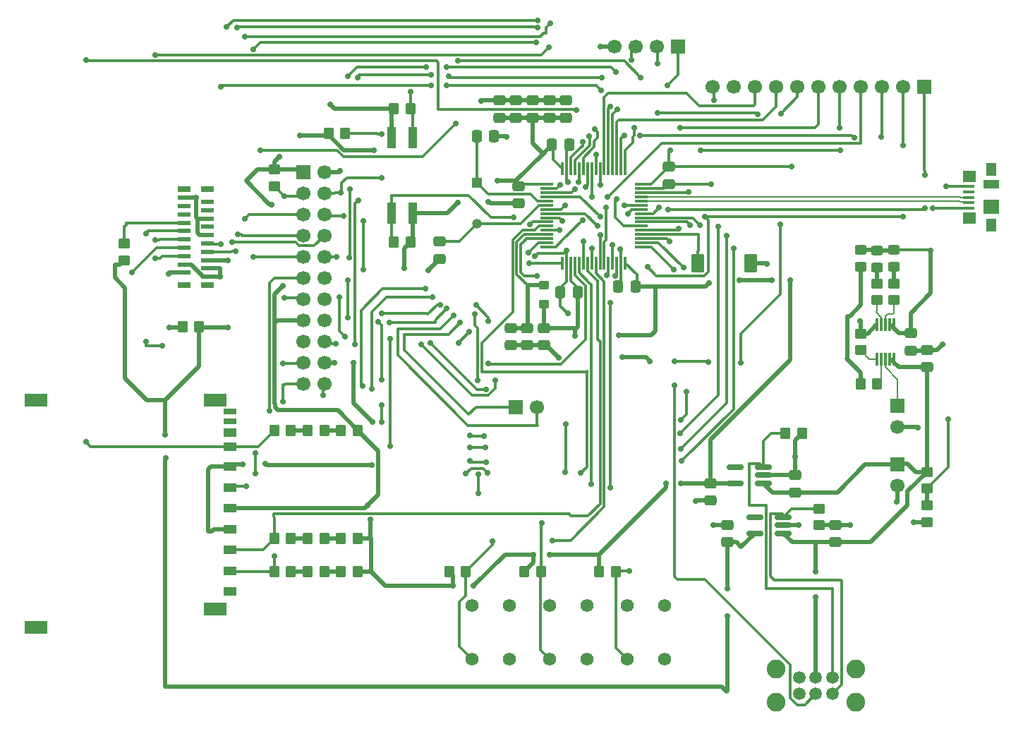
<source format=gbr>
%TF.GenerationSoftware,KiCad,Pcbnew,9.0.4*%
%TF.CreationDate,2025-10-10T21:12:29+02:00*%
%TF.ProjectId,fotoaparat,666f746f-6170-4617-9261-742e6b696361,rev?*%
%TF.SameCoordinates,Original*%
%TF.FileFunction,Copper,L1,Top*%
%TF.FilePolarity,Positive*%
%FSLAX46Y46*%
G04 Gerber Fmt 4.6, Leading zero omitted, Abs format (unit mm)*
G04 Created by KiCad (PCBNEW 9.0.4) date 2025-10-10 21:12:29*
%MOMM*%
%LPD*%
G01*
G04 APERTURE LIST*
G04 Aperture macros list*
%AMRoundRect*
0 Rectangle with rounded corners*
0 $1 Rounding radius*
0 $2 $3 $4 $5 $6 $7 $8 $9 X,Y pos of 4 corners*
0 Add a 4 corners polygon primitive as box body*
4,1,4,$2,$3,$4,$5,$6,$7,$8,$9,$2,$3,0*
0 Add four circle primitives for the rounded corners*
1,1,$1+$1,$2,$3*
1,1,$1+$1,$4,$5*
1,1,$1+$1,$6,$7*
1,1,$1+$1,$8,$9*
0 Add four rect primitives between the rounded corners*
20,1,$1+$1,$2,$3,$4,$5,0*
20,1,$1+$1,$4,$5,$6,$7,0*
20,1,$1+$1,$6,$7,$8,$9,0*
20,1,$1+$1,$8,$9,$2,$3,0*%
G04 Aperture macros list end*
%TA.AperFunction,ComponentPad*%
%ADD10R,1.700000X1.700000*%
%TD*%
%TA.AperFunction,ComponentPad*%
%ADD11C,1.700000*%
%TD*%
%TA.AperFunction,SMDPad,CuDef*%
%ADD12RoundRect,0.250000X-0.475000X0.337500X-0.475000X-0.337500X0.475000X-0.337500X0.475000X0.337500X0*%
%TD*%
%TA.AperFunction,SMDPad,CuDef*%
%ADD13RoundRect,0.250000X-0.550000X-0.850000X0.550000X-0.850000X0.550000X0.850000X-0.550000X0.850000X0*%
%TD*%
%TA.AperFunction,SMDPad,CuDef*%
%ADD14RoundRect,0.250000X-0.350000X-0.450000X0.350000X-0.450000X0.350000X0.450000X-0.350000X0.450000X0*%
%TD*%
%TA.AperFunction,ComponentPad*%
%ADD15C,1.575000*%
%TD*%
%TA.AperFunction,SMDPad,CuDef*%
%ADD16RoundRect,0.250000X0.350000X0.450000X-0.350000X0.450000X-0.350000X-0.450000X0.350000X-0.450000X0*%
%TD*%
%TA.AperFunction,SMDPad,CuDef*%
%ADD17RoundRect,0.162500X0.837500X0.162500X-0.837500X0.162500X-0.837500X-0.162500X0.837500X-0.162500X0*%
%TD*%
%TA.AperFunction,SMDPad,CuDef*%
%ADD18R,1.380000X0.450000*%
%TD*%
%TA.AperFunction,SMDPad,CuDef*%
%ADD19R,1.550000X1.425000*%
%TD*%
%TA.AperFunction,SMDPad,CuDef*%
%ADD20R,1.300000X1.650000*%
%TD*%
%TA.AperFunction,SMDPad,CuDef*%
%ADD21R,1.900000X1.800000*%
%TD*%
%TA.AperFunction,SMDPad,CuDef*%
%ADD22R,1.900000X1.000000*%
%TD*%
%TA.AperFunction,SMDPad,CuDef*%
%ADD23RoundRect,0.250000X-0.450000X0.350000X-0.450000X-0.350000X0.450000X-0.350000X0.450000X0.350000X0*%
%TD*%
%TA.AperFunction,SMDPad,CuDef*%
%ADD24RoundRect,0.250000X-0.350000X0.275000X-0.350000X-0.275000X0.350000X-0.275000X0.350000X0.275000X0*%
%TD*%
%TA.AperFunction,SMDPad,CuDef*%
%ADD25RoundRect,0.250000X-0.337500X-0.475000X0.337500X-0.475000X0.337500X0.475000X-0.337500X0.475000X0*%
%TD*%
%TA.AperFunction,SMDPad,CuDef*%
%ADD26RoundRect,0.250000X0.475000X-0.337500X0.475000X0.337500X-0.475000X0.337500X-0.475000X-0.337500X0*%
%TD*%
%TA.AperFunction,SMDPad,CuDef*%
%ADD27RoundRect,0.250000X0.450000X-0.325000X0.450000X0.325000X-0.450000X0.325000X-0.450000X-0.325000X0*%
%TD*%
%TA.AperFunction,SMDPad,CuDef*%
%ADD28RoundRect,0.075000X-0.700000X-0.075000X0.700000X-0.075000X0.700000X0.075000X-0.700000X0.075000X0*%
%TD*%
%TA.AperFunction,SMDPad,CuDef*%
%ADD29RoundRect,0.075000X-0.075000X-0.700000X0.075000X-0.700000X0.075000X0.700000X-0.075000X0.700000X0*%
%TD*%
%TA.AperFunction,SMDPad,CuDef*%
%ADD30RoundRect,0.250000X0.450000X-0.350000X0.450000X0.350000X-0.450000X0.350000X-0.450000X-0.350000X0*%
%TD*%
%TA.AperFunction,SMDPad,CuDef*%
%ADD31RoundRect,0.250000X0.337500X0.475000X-0.337500X0.475000X-0.337500X-0.475000X0.337500X-0.475000X0*%
%TD*%
%TA.AperFunction,ComponentPad*%
%ADD32C,1.500000*%
%TD*%
%TA.AperFunction,ComponentPad*%
%ADD33C,2.250000*%
%TD*%
%TA.AperFunction,SMDPad,CuDef*%
%ADD34R,1.000000X2.500000*%
%TD*%
%TA.AperFunction,ComponentPad*%
%ADD35R,1.192000X1.192000*%
%TD*%
%TA.AperFunction,ComponentPad*%
%ADD36C,1.192000*%
%TD*%
%TA.AperFunction,SMDPad,CuDef*%
%ADD37R,1.498600X0.990600*%
%TD*%
%TA.AperFunction,SMDPad,CuDef*%
%ADD38R,1.498600X0.711200*%
%TD*%
%TA.AperFunction,SMDPad,CuDef*%
%ADD39R,2.794000X1.498600*%
%TD*%
%TA.AperFunction,SMDPad,CuDef*%
%ADD40R,1.500000X0.600000*%
%TD*%
%TA.AperFunction,SMDPad,CuDef*%
%ADD41R,1.500000X0.800000*%
%TD*%
%TA.AperFunction,SMDPad,CuDef*%
%ADD42R,0.330200X1.512799*%
%TD*%
%TA.AperFunction,ViaPad*%
%ADD43C,0.700000*%
%TD*%
%TA.AperFunction,Conductor*%
%ADD44C,0.300000*%
%TD*%
%TA.AperFunction,Conductor*%
%ADD45C,0.500000*%
%TD*%
%TA.AperFunction,Conductor*%
%ADD46C,0.200000*%
%TD*%
G04 APERTURE END LIST*
D10*
%TO.P,Free Pins,1,Pin_1*%
%TO.N,/pb1*%
X192025002Y-68806399D03*
D11*
%TO.P,Free Pins,2,Pin_2*%
%TO.N,/pb0*%
X189485002Y-68806399D03*
%TO.P,Free Pins,3,Pin_3*%
%TO.N,/pa15*%
X186945002Y-68806399D03*
%TO.P,Free Pins,4,Pin_4*%
%TO.N,/pa2*%
X184405002Y-68806399D03*
%TO.P,Free Pins,5,Pin_5*%
%TO.N,/pa8*%
X181865002Y-68806399D03*
%TO.P,Free Pins,6,Pin_6*%
%TO.N,/pa9*%
X179325002Y-68806399D03*
%TO.P,Free Pins,7,Pin_7*%
%TO.N,/pa10*%
X176785002Y-68806399D03*
%TO.P,Free Pins,8,Pin_8*%
%TO.N,/pc10*%
X174245002Y-68806399D03*
%TO.P,Free Pins,9,Pin_9*%
%TO.N,/pd2*%
X171705002Y-68806399D03*
%TO.P,Free Pins,10,Pin_10*%
%TO.N,/pb12*%
X169165002Y-68806399D03*
%TO.P,Free Pins,11,Pin_11*%
%TO.N,/pb14*%
X166625002Y-68806399D03*
%TD*%
D12*
%TO.P,C13,1*%
%TO.N,GND*%
X149000000Y-70446949D03*
%TO.P,C13,2*%
%TO.N,+3.3V*%
X149000000Y-72521949D03*
%TD*%
%TO.P,C8,1*%
%TO.N,GND*%
X147000000Y-70446949D03*
%TO.P,C8,2*%
%TO.N,+3.3V*%
X147000000Y-72521949D03*
%TD*%
%TO.P,C20,1*%
%TO.N,GND*%
X145000000Y-70446949D03*
%TO.P,C20,2*%
%TO.N,+3.3V*%
X145000000Y-72521949D03*
%TD*%
%TO.P,C19,1*%
%TO.N,GND*%
X143000000Y-70446949D03*
%TO.P,C19,2*%
%TO.N,+3.3V*%
X143000000Y-72521949D03*
%TD*%
%TO.P,C7,1*%
%TO.N,GND*%
X141000000Y-70446949D03*
%TO.P,C7,2*%
%TO.N,+3.3V*%
X141000000Y-72521949D03*
%TD*%
D13*
%TO.P,BZ1,1,+*%
%TO.N,/buzzer*%
X164800000Y-90000000D03*
%TO.P,BZ1,2,-*%
%TO.N,GND*%
X171200000Y-90000000D03*
%TD*%
D14*
%TO.P,R2,1*%
%TO.N,+3.3V*%
X144000000Y-126969000D03*
%TO.P,R2,2*%
%TO.N,/sw2*%
X146000000Y-126969000D03*
%TD*%
%TO.P,R1,1*%
%TO.N,+3.3V*%
X135000000Y-126969000D03*
%TO.P,R1,2*%
%TO.N,/sw3*%
X137000000Y-126969000D03*
%TD*%
D11*
%TO.P,TH1,2*%
%TO.N,GND*%
X188750002Y-109646399D03*
D10*
%TO.P,TH1,1*%
%TO.N,Net-(U2-THERM)*%
X188750002Y-107106399D03*
%TD*%
D15*
%TO.P,S2,1,1*%
%TO.N,unconnected-(S2-Pad1)*%
X160850000Y-131000000D03*
%TO.P,S2,2,2*%
%TO.N,unconnected-(S2-Pad2)*%
X156350000Y-131000000D03*
%TO.P,S2,3,3*%
%TO.N,GND*%
X160850000Y-137500000D03*
%TO.P,S2,4,4*%
%TO.N,/sw1*%
X156350000Y-137500000D03*
%TD*%
%TO.P,S4,1,1*%
%TO.N,unconnected-(S4-Pad1)*%
X142250000Y-131000000D03*
%TO.P,S4,2,2*%
%TO.N,unconnected-(S4-Pad2)*%
X137750000Y-131000000D03*
%TO.P,S4,3,3*%
%TO.N,GND*%
X142250000Y-137500000D03*
%TO.P,S4,4,4*%
%TO.N,/sw3*%
X137750000Y-137500000D03*
%TD*%
%TO.P,S3,1,1*%
%TO.N,unconnected-(S3-Pad1)*%
X151550000Y-131000000D03*
%TO.P,S3,2,2*%
%TO.N,unconnected-(S3-Pad2)*%
X147050000Y-131000000D03*
%TO.P,S3,3,3*%
%TO.N,GND*%
X151550000Y-137500000D03*
%TO.P,S3,4,4*%
%TO.N,/sw2*%
X147050000Y-137500000D03*
%TD*%
D14*
%TO.P,R3,1*%
%TO.N,+3.3V*%
X153000000Y-126969000D03*
%TO.P,R3,2*%
%TO.N,/sw1*%
X155000000Y-126969000D03*
%TD*%
D16*
%TO.P,R24,2*%
%TO.N,Net-(IC1-EN)*%
X175350002Y-110406399D03*
%TO.P,R24,1*%
%TO.N,GND*%
X177350002Y-110406399D03*
%TD*%
D12*
%TO.P,C6,1*%
%TO.N,GND*%
X168350002Y-121368899D03*
%TO.P,C6,2*%
%TO.N,+3.3V LCD*%
X168350002Y-123443899D03*
%TD*%
D17*
%TO.P,IC1,1,IN*%
%TO.N,+BATT*%
X172710000Y-116356399D03*
%TO.P,IC1,2,GND*%
%TO.N,GND*%
X172710000Y-115406399D03*
%TO.P,IC1,3,EN*%
%TO.N,Net-(IC1-EN)*%
X172710000Y-114456399D03*
%TO.P,IC1,4,NC/ADJ*%
%TO.N,unconnected-(IC1-NC{slash}ADJ-Pad4)*%
X169290000Y-114456399D03*
%TO.P,IC1,5,OUT*%
%TO.N,+3.3V*%
X169290000Y-116356399D03*
%TD*%
D12*
%TO.P,C1,1*%
%TO.N,VBUS*%
X190350002Y-98368899D03*
%TO.P,C1,2*%
%TO.N,GND*%
X190350002Y-100443899D03*
%TD*%
D16*
%TO.P,R19,1*%
%TO.N,Net-(R18-Pad2)*%
X120000000Y-123000000D03*
%TO.P,R19,2*%
%TO.N,Net-(R19-Pad2)*%
X118000000Y-123000000D03*
%TD*%
D18*
%TO.P,USB,1,VBUS*%
%TO.N,VBUS*%
X197340000Y-83356399D03*
%TO.P,USB,2,D-*%
%TO.N,/USB_D-*%
X197340000Y-82706399D03*
%TO.P,USB,3,D+*%
%TO.N,/USB_D+*%
X197340000Y-82056399D03*
%TO.P,USB,4,ID*%
%TO.N,unconnected-(J1-ID-Pad4)*%
X197340000Y-81406399D03*
%TO.P,USB,5,GND*%
%TO.N,GND*%
X197340000Y-80756399D03*
D19*
%TO.P,USB,6,MP_1*%
%TO.N,unconnected-(J1-MP_1-Pad6)*%
X197425000Y-84543399D03*
%TO.P,USB,7,MP_2*%
%TO.N,unconnected-(J1-MP_2-Pad7)*%
X197425000Y-79569399D03*
D20*
%TO.P,USB,8,MP_3*%
%TO.N,unconnected-(J1-MP_3-Pad8)*%
X200000000Y-85431399D03*
D21*
%TO.P,USB,9,MP_4*%
%TO.N,unconnected-(J1-MP_4-Pad9)*%
X200000000Y-83206399D03*
D22*
%TO.P,USB,10,MP_5*%
%TO.N,unconnected-(J1-MP_5-Pad10)*%
X200000000Y-80506399D03*
D20*
%TO.P,USB,11,MP_6*%
%TO.N,unconnected-(J1-MP_6-Pad11)*%
X200000000Y-78681399D03*
%TD*%
D23*
%TO.P,R26,1*%
%TO.N,/Baterka Nap\u011Bt\u00ED*%
X192350002Y-119000000D03*
%TO.P,R26,2*%
%TO.N,GND*%
X192350002Y-121000000D03*
%TD*%
D24*
%TO.P,FB1,1*%
%TO.N,+3.3VA*%
X146350002Y-92611399D03*
%TO.P,FB1,2*%
%TO.N,+3.3V*%
X146350002Y-94911399D03*
%TD*%
D16*
%TO.P,R17,1*%
%TO.N,Net-(R16-Pad2)*%
X116000000Y-127000000D03*
%TO.P,R17,2*%
%TO.N,/sd cs*%
X114000000Y-127000000D03*
%TD*%
D25*
%TO.P,C21,1*%
%TO.N,GND*%
X155275002Y-92761399D03*
%TO.P,C21,2*%
%TO.N,+3.3V*%
X157350002Y-92761399D03*
%TD*%
D16*
%TO.P,R18,1*%
%TO.N,+3.3V*%
X124000000Y-123000000D03*
%TO.P,R18,2*%
%TO.N,Net-(R18-Pad2)*%
X122000000Y-123000000D03*
%TD*%
D26*
%TO.P,C5,1*%
%TO.N,+BATT*%
X181350002Y-123443899D03*
%TO.P,C5,2*%
%TO.N,GND*%
X181350002Y-121368899D03*
%TD*%
D27*
%TO.P,D1,1,K*%
%TO.N,Net-(D1-K)*%
X188350002Y-90431399D03*
%TO.P,D1,2,A*%
%TO.N,VBUS*%
X188350002Y-88381399D03*
%TD*%
D26*
%TO.P,C18,1*%
%TO.N,GND*%
X133800000Y-89437500D03*
%TO.P,C18,2*%
%TO.N,/osc out*%
X133800000Y-87362500D03*
%TD*%
D23*
%TO.P,R5,1*%
%TO.N,Net-(D2-K)*%
X186350002Y-92406399D03*
%TO.P,R5,2*%
%TO.N,Net-(U2-STAT2)*%
X186350002Y-94406399D03*
%TD*%
D16*
%TO.P,R21,1*%
%TO.N,+3.3V*%
X124000000Y-110000000D03*
%TO.P,R21,2*%
%TO.N,Net-(R21-Pad2)*%
X122000000Y-110000000D03*
%TD*%
D28*
%TO.P,U1,1,VBAT*%
%TO.N,+3.3V*%
X146675002Y-80511399D03*
%TO.P,U1,2,PC13*%
%TO.N,/rrst*%
X146675002Y-81011399D03*
%TO.P,U1,3,PC14*%
%TO.N,/wrst*%
X146675002Y-81511399D03*
%TO.P,U1,4,PC15*%
%TO.N,/Backlight Regul\u00E1tor*%
X146675002Y-82011399D03*
%TO.P,U1,5,PH0*%
%TO.N,/osc in*%
X146675002Y-82511399D03*
%TO.P,U1,6,PH1*%
%TO.N,/osc out*%
X146675002Y-83011399D03*
%TO.P,U1,7,NRST*%
%TO.N,/Reset*%
X146675002Y-83511399D03*
%TO.P,U1,8,PC0*%
%TO.N,/Baterka Nap\u011Bt\u00ED*%
X146675002Y-84011399D03*
%TO.P,U1,9,PC1*%
%TO.N,/sda*%
X146675002Y-84511399D03*
%TO.P,U1,10,PC2*%
%TO.N,/sdo*%
X146675002Y-85011399D03*
%TO.P,U1,11,PC3*%
%TO.N,/sw1*%
X146675002Y-85511399D03*
%TO.P,U1,12,VSSA*%
%TO.N,GND*%
X146675002Y-86011399D03*
%TO.P,U1,13,VDDA*%
%TO.N,+3.3VA*%
X146675002Y-86511399D03*
%TO.P,U1,14,PA0*%
%TO.N,/uart tx*%
X146675002Y-87011399D03*
%TO.P,U1,15,PA1*%
%TO.N,/uart rx*%
X146675002Y-87511399D03*
%TO.P,U1,16,PA2*%
%TO.N,/pa2*%
X146675002Y-88011399D03*
D29*
%TO.P,U1,17,PA3*%
%TO.N,/sd cs*%
X148600002Y-89936399D03*
%TO.P,U1,18,VSS*%
%TO.N,GND*%
X149100002Y-89936399D03*
%TO.P,U1,19,VDD*%
%TO.N,+3.3V*%
X149600002Y-89936399D03*
%TO.P,U1,20,PA4*%
%TO.N,/href*%
X150100002Y-89936399D03*
%TO.P,U1,21,PA5*%
%TO.N,/sd clk*%
X150600002Y-89936399D03*
%TO.P,U1,22,PA6*%
%TO.N,/wr*%
X151100002Y-89936399D03*
%TO.P,U1,23,PA7*%
%TO.N,/sd mosi*%
X151600002Y-89936399D03*
%TO.P,U1,24,PC4*%
%TO.N,/sw2*%
X152100002Y-89936399D03*
%TO.P,U1,25,PC5*%
%TO.N,/sw3*%
X152600002Y-89936399D03*
%TO.P,U1,26,PB0*%
%TO.N,/pb0*%
X153100002Y-89936399D03*
%TO.P,U1,27,PB1*%
%TO.N,/pb1*%
X153600002Y-89936399D03*
%TO.P,U1,28,PB2*%
%TO.N,/rst*%
X154100002Y-89936399D03*
%TO.P,U1,29,PB10*%
%TO.N,/I2C_SCL*%
X154600002Y-89936399D03*
%TO.P,U1,30,PB11*%
%TO.N,/I2C_SDA*%
X155100002Y-89936399D03*
%TO.P,U1,31,VSS*%
%TO.N,GND*%
X155600002Y-89936399D03*
%TO.P,U1,32,VDD*%
%TO.N,+3.3V*%
X156100002Y-89936399D03*
D28*
%TO.P,U1,33,PB12*%
%TO.N,/pb12*%
X158025002Y-88011399D03*
%TO.P,U1,34,PB13*%
%TO.N,/scl*%
X158025002Y-87511399D03*
%TO.P,U1,35,PB14*%
%TO.N,/pb14*%
X158025002Y-87011399D03*
%TO.P,U1,36,PB15*%
%TO.N,/buzzer*%
X158025002Y-86511399D03*
%TO.P,U1,37,PC6*%
%TO.N,/d0*%
X158025002Y-86011399D03*
%TO.P,U1,38,PC7*%
%TO.N,/d1*%
X158025002Y-85511399D03*
%TO.P,U1,39,PC8*%
%TO.N,/d2*%
X158025002Y-85011399D03*
%TO.P,U1,40,PC9*%
%TO.N,/d3*%
X158025002Y-84511399D03*
%TO.P,U1,41,PA8*%
%TO.N,/pa8*%
X158025002Y-84011399D03*
%TO.P,U1,42,PA9*%
%TO.N,/pa9*%
X158025002Y-83511399D03*
%TO.P,U1,43,PA10*%
%TO.N,/pa10*%
X158025002Y-83011399D03*
%TO.P,U1,44,PA11*%
%TO.N,/USB_D-*%
X158025002Y-82511399D03*
%TO.P,U1,45,PA12*%
%TO.N,/USB_D+*%
X158025002Y-82011399D03*
%TO.P,U1,46,PA13*%
%TO.N,/swdio*%
X158025002Y-81511399D03*
%TO.P,U1,47,VSS*%
%TO.N,GND*%
X158025002Y-81011399D03*
%TO.P,U1,48,VDDUSB*%
%TO.N,+3.3V*%
X158025002Y-80511399D03*
D29*
%TO.P,U1,49,PA14*%
%TO.N,/swclk*%
X156100002Y-78586399D03*
%TO.P,U1,50,PA15*%
%TO.N,/pa15*%
X155600002Y-78586399D03*
%TO.P,U1,51,PC10*%
%TO.N,/pc10*%
X155100002Y-78586399D03*
%TO.P,U1,52,PC11*%
%TO.N,/d4*%
X154600002Y-78586399D03*
%TO.P,U1,53,PC12*%
%TO.N,/rck*%
X154100002Y-78586399D03*
%TO.P,U1,54,PD2*%
%TO.N,/pd2*%
X153600002Y-78586399D03*
%TO.P,U1,55,PB3*%
%TO.N,/csx*%
X153100002Y-78586399D03*
%TO.P,U1,56,PB4*%
%TO.N,/sd miso*%
X152600002Y-78586399D03*
%TO.P,U1,57,PB5*%
%TO.N,/wrx d{slash}cx*%
X152100002Y-78586399D03*
%TO.P,U1,58,PB6*%
%TO.N,/d5*%
X151600002Y-78586399D03*
%TO.P,U1,59,PB7*%
%TO.N,/vsync*%
X151100002Y-78586399D03*
%TO.P,U1,60,PH3*%
%TO.N,/boot0*%
X150600002Y-78586399D03*
%TO.P,U1,61,PB8*%
%TO.N,/d6*%
X150100002Y-78586399D03*
%TO.P,U1,62,PB9*%
%TO.N,/d7*%
X149600002Y-78586399D03*
%TO.P,U1,63,VSS*%
%TO.N,GND*%
X149100002Y-78586399D03*
%TO.P,U1,64,VDD*%
%TO.N,+3.3V*%
X148600002Y-78586399D03*
%TD*%
D30*
%TO.P,R14,1*%
%TO.N,GND*%
X179350002Y-121406399D03*
%TO.P,R14,2*%
%TO.N,Net-(IC3-EN)*%
X179350002Y-119406399D03*
%TD*%
D14*
%TO.P,R10,1*%
%TO.N,+3.3V*%
X120500000Y-74400000D03*
%TO.P,R10,2*%
%TO.N,/I2C_SDA*%
X122500000Y-74400000D03*
%TD*%
D10*
%TO.P,+BATT,1,Pin_1*%
%TO.N,+BATT*%
X188750002Y-114106399D03*
D11*
%TO.P,+BATT,2,Pin_2*%
%TO.N,GND*%
X188750002Y-116646399D03*
%TD*%
D12*
%TO.P,C16,1*%
%TO.N,+3.3V*%
X146350002Y-97723899D03*
%TO.P,C16,2*%
%TO.N,GND*%
X146350002Y-99798899D03*
%TD*%
D31*
%TO.P,C17,1*%
%TO.N,GND*%
X140387502Y-74761399D03*
%TO.P,C17,2*%
%TO.N,/osc in*%
X138312502Y-74761399D03*
%TD*%
D14*
%TO.P,R6,1*%
%TO.N,/Indik\u00E1tor Nab\u00EDjen\u00ED*%
X184350002Y-104406399D03*
%TO.P,R6,2*%
%TO.N,Net-(U2-\u002APG)*%
X186350002Y-104406399D03*
%TD*%
D23*
%TO.P,R4,1*%
%TO.N,Net-(D1-K)*%
X188350002Y-92406399D03*
%TO.P,R4,2*%
%TO.N,Net-(U2-STAT1)*%
X188350002Y-94406399D03*
%TD*%
D32*
%TO.P,S1,1,NC_1*%
%TO.N,unconnected-(S1-NC_1-Pad1)*%
X177000000Y-139637500D03*
%TO.P,S1,2,COM_1*%
%TO.N,+BATT*%
X179000000Y-139637500D03*
%TO.P,S1,3,NO_1*%
%TO.N,Net-(IC1-EN)*%
X181000000Y-139637500D03*
%TO.P,S1,4,NC_2*%
%TO.N,unconnected-(S1-NC_2-Pad4)*%
X177000000Y-141637500D03*
%TO.P,S1,5,COM_2*%
%TO.N,/Backlight Regul\u00E1tor*%
X179000000Y-141637500D03*
%TO.P,S1,6,NO_2*%
%TO.N,Net-(IC3-EN)*%
X181000000Y-141637500D03*
D33*
%TO.P,S1,MH1,MH1*%
%TO.N,unconnected-(S1-PadMH1)*%
X174250000Y-138637500D03*
%TO.P,S1,MH2,MH2*%
%TO.N,unconnected-(S1-PadMH2)*%
X174250000Y-142637500D03*
%TO.P,S1,MH3,MH3*%
%TO.N,unconnected-(S1-PadMH3)*%
X183750000Y-142637500D03*
%TO.P,S1,MH4,MH4*%
%TO.N,unconnected-(S1-PadMH4)*%
X183750000Y-138637500D03*
%TD*%
D27*
%TO.P,D2,1,K*%
%TO.N,Net-(D2-K)*%
X186350002Y-90456399D03*
%TO.P,D2,2,A*%
%TO.N,VBUS*%
X186350002Y-88406399D03*
%TD*%
D12*
%TO.P,C14,1*%
%TO.N,+3.3VA*%
X142350002Y-97723899D03*
%TO.P,C14,2*%
%TO.N,GND*%
X142350002Y-99798899D03*
%TD*%
D34*
%TO.P,S5,A1,COM_1*%
%TO.N,/Reset*%
X128080002Y-83956399D03*
%TO.P,S5,A2,COM_2*%
%TO.N,+3.3V*%
X130620002Y-83956399D03*
%TO.P,S5,B1,NO_1*%
%TO.N,GND*%
X128080002Y-74856399D03*
%TO.P,S5,B2,NO_2*%
%TO.N,/boot0*%
X130620002Y-74856399D03*
%TD*%
D14*
%TO.P,R12,1*%
%TO.N,GND*%
X128350002Y-71406399D03*
%TO.P,R12,2*%
%TO.N,/boot0*%
X130350002Y-71406399D03*
%TD*%
D35*
%TO.P,Y1,1,1*%
%TO.N,/osc in*%
X138350002Y-80321399D03*
D36*
%TO.P,Y1,2,2*%
%TO.N,/osc out*%
X138350002Y-85201399D03*
%TD*%
D17*
%TO.P,IC3,1,IN*%
%TO.N,+BATT*%
X175060002Y-122356399D03*
%TO.P,IC3,2,GND*%
%TO.N,GND*%
X175060002Y-121406399D03*
%TO.P,IC3,3,EN*%
%TO.N,Net-(IC3-EN)*%
X175060002Y-120456399D03*
%TO.P,IC3,4,NC/ADJ*%
%TO.N,unconnected-(IC3-NC{slash}ADJ-Pad4)*%
X171640002Y-120456399D03*
%TO.P,IC3,5,OUT*%
%TO.N,+3.3V LCD*%
X171640002Y-122356399D03*
%TD*%
D10*
%TO.P,UART TX,1,Pin_1*%
%TO.N,/uart tx*%
X142960000Y-107200000D03*
D11*
%TO.P,UART TX,2,Pin_2*%
%TO.N,/uart rx*%
X145500000Y-107200000D03*
%TD*%
D25*
%TO.P,C9,1*%
%TO.N,GND*%
X148350002Y-93406399D03*
%TO.P,C9,2*%
%TO.N,+3.3V*%
X150425002Y-93406399D03*
%TD*%
D26*
%TO.P,C2,1*%
%TO.N,+BATT*%
X192350002Y-102443899D03*
%TO.P,C2,2*%
%TO.N,GND*%
X192350002Y-100368899D03*
%TD*%
%TO.P,C10,1*%
%TO.N,GND*%
X143350002Y-82798899D03*
%TO.P,C10,2*%
%TO.N,+3.3V*%
X143350002Y-80723899D03*
%TD*%
D23*
%TO.P,R13,1*%
%TO.N,/im3*%
X96000000Y-87600000D03*
%TO.P,R13,2*%
%TO.N,+3.3V LCD*%
X96000000Y-89600000D03*
%TD*%
D37*
%TO.P,SD CARD,1,CD/DAT3*%
%TO.N,/sd cs*%
X108706401Y-126875000D03*
%TO.P,SD CARD,2,CMD*%
%TO.N,/sd mosi*%
X108706401Y-124375000D03*
%TO.P,SD CARD,3,VSS1*%
%TO.N,GND*%
X108706401Y-121875000D03*
%TO.P,SD CARD,4,VDD1*%
%TO.N,+3.3V*%
X108706401Y-119375000D03*
%TO.P,SD CARD,5,CLK*%
%TO.N,/sd clk*%
X108706401Y-116875000D03*
%TO.P,SD CARD,6,VSS2*%
%TO.N,GND*%
X108706401Y-114375000D03*
%TO.P,SD CARD,7,DAT0*%
%TO.N,/sd miso*%
X108706401Y-111950001D03*
%TO.P,SD CARD,8,DAT1*%
%TO.N,unconnected-(J5-DAT1-Pad8)*%
X108706401Y-110249979D03*
%TO.P,SD CARD,9,DAT2*%
%TO.N,unconnected-(J5-DAT2-Pad9)*%
X108706401Y-129375000D03*
D38*
%TO.P,SD CARD,10,CDI*%
%TO.N,unconnected-(J5-CDI-Pad10)*%
X108706401Y-108949999D03*
%TO.P,SD CARD,11,WP*%
%TO.N,unconnected-(J5-WP-Pad11)*%
X108706401Y-107750103D03*
D39*
%TO.P,SD CARD,12,GND*%
%TO.N,unconnected-(J5-GND-Pad12)*%
X106906399Y-106349999D03*
%TO.P,SD CARD,13,GND*%
%TO.N,unconnected-(J5-GND-Pad13)*%
X106906399Y-131450000D03*
%TO.P,SD CARD,14,GND*%
%TO.N,unconnected-(J5-GND-Pad14)*%
X85406399Y-106350002D03*
%TO.P,SD CARD,15,GND*%
%TO.N,unconnected-(J5-GND-Pad15)*%
X85406399Y-133649998D03*
%TD*%
D26*
%TO.P,C4,1*%
%TO.N,GND*%
X166350002Y-118443899D03*
%TO.P,C4,2*%
%TO.N,+3.3V*%
X166350002Y-116368899D03*
%TD*%
D16*
%TO.P,R22,1*%
%TO.N,Net-(R21-Pad2)*%
X120000000Y-110000000D03*
%TO.P,R22,2*%
%TO.N,Net-(R22-Pad2)*%
X118000000Y-110000000D03*
%TD*%
D26*
%TO.P,C3,1*%
%TO.N,+BATT*%
X176500000Y-117443899D03*
%TO.P,C3,2*%
%TO.N,GND*%
X176500000Y-115368899D03*
%TD*%
D16*
%TO.P,R20,1*%
%TO.N,Net-(R19-Pad2)*%
X116000000Y-123000000D03*
%TO.P,R20,2*%
%TO.N,/sd mosi*%
X114000000Y-123000000D03*
%TD*%
D23*
%TO.P,R25,1*%
%TO.N,+BATT*%
X192350002Y-115000000D03*
%TO.P,R25,2*%
%TO.N,/Baterka Nap\u011Bt\u00ED*%
X192350002Y-117000000D03*
%TD*%
D16*
%TO.P,R23,1*%
%TO.N,Net-(R22-Pad2)*%
X116000000Y-110000000D03*
%TO.P,R23,2*%
%TO.N,/sd miso*%
X114000000Y-110000000D03*
%TD*%
D26*
%TO.P,C12,1*%
%TO.N,GND*%
X161350002Y-80443899D03*
%TO.P,C12,2*%
%TO.N,+3.3V*%
X161350002Y-78368899D03*
%TD*%
D16*
%TO.P,R16,1*%
%TO.N,Net-(R15-Pad2)*%
X120000000Y-127000000D03*
%TO.P,R16,2*%
%TO.N,Net-(R16-Pad2)*%
X118000000Y-127000000D03*
%TD*%
D40*
%TO.P,LCD,1,1*%
%TO.N,GND*%
X106000000Y-91600000D03*
%TO.P,LCD,2,2*%
%TO.N,/Vled+*%
X103200000Y-91100000D03*
%TO.P,LCD,3,3*%
%TO.N,GND*%
X106000000Y-90600000D03*
%TO.P,LCD,4,4*%
X103200000Y-90100000D03*
%TO.P,LCD,5,5*%
%TO.N,+3.3V LCD*%
X106000000Y-89600000D03*
%TO.P,LCD,6,6*%
%TO.N,/rst*%
X103200000Y-89100000D03*
%TO.P,LCD,7,7*%
%TO.N,/sda*%
X106000000Y-88600000D03*
%TO.P,LCD,8,8*%
%TO.N,/scl*%
X103200000Y-88100000D03*
%TO.P,LCD,9,9*%
%TO.N,/csx*%
X106000000Y-87600000D03*
%TO.P,LCD,10,10*%
%TO.N,/wrx d{slash}cx*%
X103200000Y-87100000D03*
%TO.P,LCD,11,11*%
%TO.N,GND*%
X106000000Y-86600000D03*
%TO.P,LCD,12,12*%
%TO.N,/sdo*%
X103200000Y-86100000D03*
%TO.P,LCD,13,13*%
%TO.N,unconnected-(J3-Pad13)*%
X106000000Y-85600000D03*
%TO.P,LCD,14,14*%
%TO.N,/im3*%
X103200000Y-85100000D03*
%TO.P,LCD,15,15*%
%TO.N,GND*%
X106000000Y-84600000D03*
%TO.P,LCD,16,16*%
%TO.N,unconnected-(J3-Pad16)*%
X103200000Y-84100000D03*
%TO.P,LCD,17,17*%
%TO.N,unconnected-(J3-Pad17)*%
X106000000Y-83600000D03*
%TO.P,LCD,18,18*%
%TO.N,unconnected-(J3-Pad18)*%
X103200000Y-83100000D03*
%TO.P,LCD,19,19*%
%TO.N,unconnected-(J3-Pad19)*%
X106000000Y-82600000D03*
%TO.P,LCD,20,20*%
%TO.N,GND*%
X103200000Y-82100000D03*
D41*
%TO.P,LCD,S1,SHIELD*%
%TO.N,unconnected-(J3-SHIELD-PadS1)_2*%
X103200000Y-92600000D03*
%TO.P,LCD,S2,SHIELD*%
%TO.N,unconnected-(J3-SHIELD-PadS1)_1*%
X106000000Y-92600000D03*
%TO.P,LCD,S3,SHIELD*%
%TO.N,unconnected-(J3-SHIELD-PadS1)_3*%
X103200000Y-81100000D03*
%TO.P,LCD,S4,SHIELD*%
%TO.N,unconnected-(J3-SHIELD-PadS1)*%
X106000000Y-81100000D03*
%TD*%
D30*
%TO.P,R7,1*%
%TO.N,Net-(U2-PROG)*%
X184350002Y-100406399D03*
%TO.P,R7,2*%
%TO.N,GND*%
X184350002Y-98406399D03*
%TD*%
D27*
%TO.P,D3,1,K*%
%TO.N,/Indik\u00E1tor Nab\u00EDjen\u00ED*%
X184350002Y-90431399D03*
%TO.P,D3,2,A*%
%TO.N,VBUS*%
X184350002Y-88381399D03*
%TD*%
D10*
%TO.P,SWD,1,Pin_1*%
%TO.N,+3.3V*%
X162430002Y-64000000D03*
D11*
%TO.P,SWD,2,Pin_2*%
%TO.N,/swdio*%
X159890002Y-64000000D03*
%TO.P,SWD,3,Pin_3*%
%TO.N,/swclk*%
X157350002Y-64000000D03*
%TO.P,SWD,4,Pin_4*%
%TO.N,GND*%
X154810002Y-64000000D03*
%TD*%
D16*
%TO.P,R11,1*%
%TO.N,+3.3V*%
X130350002Y-87406399D03*
%TO.P,R11,2*%
%TO.N,/Reset*%
X128350002Y-87406399D03*
%TD*%
%TO.P,R8,1*%
%TO.N,+3.3V LCD*%
X105000000Y-97600000D03*
%TO.P,R8,2*%
%TO.N,/Vled+*%
X103000000Y-97600000D03*
%TD*%
D23*
%TO.P,R9,1*%
%TO.N,+3.3V*%
X114000000Y-78720000D03*
%TO.P,R9,2*%
%TO.N,/I2C_SCL*%
X114000000Y-80720000D03*
%TD*%
D12*
%TO.P,C15,1*%
%TO.N,+3.3VA*%
X144350002Y-97723899D03*
%TO.P,C15,2*%
%TO.N,GND*%
X144350002Y-99798899D03*
%TD*%
D16*
%TO.P,R15,1*%
%TO.N,+3.3V*%
X124000000Y-127000000D03*
%TO.P,R15,2*%
%TO.N,Net-(R15-Pad2)*%
X122000000Y-127000000D03*
%TD*%
D42*
%TO.P,U2,1,VDD*%
%TO.N,VBUS*%
X188350003Y-97361699D03*
%TO.P,U2,2,VDD*%
X187850001Y-97361699D03*
%TO.P,U2,3,STAT1*%
%TO.N,Net-(U2-STAT1)*%
X187350002Y-97361699D03*
%TO.P,U2,4,STAT2*%
%TO.N,Net-(U2-STAT2)*%
X186850003Y-97361699D03*
%TO.P,U2,5,VSS*%
%TO.N,GND*%
X186350001Y-97361699D03*
%TO.P,U2,6,PROG*%
%TO.N,Net-(U2-PROG)*%
X186350001Y-101451099D03*
%TO.P,U2,7,\u002APG*%
%TO.N,Net-(U2-\u002APG)*%
X186850003Y-101451099D03*
%TO.P,U2,8,THERM*%
%TO.N,Net-(U2-THERM)*%
X187350002Y-101451099D03*
%TO.P,U2,9,VBAT*%
%TO.N,+BATT*%
X187850001Y-101451099D03*
%TO.P,U2,10,VBAT*%
X188350003Y-101451099D03*
%TD*%
D31*
%TO.P,C11,1*%
%TO.N,GND*%
X149387502Y-75761399D03*
%TO.P,C11,2*%
%TO.N,+3.3V*%
X147312502Y-75761399D03*
%TD*%
D10*
%TO.P,CAMERA,1,Pin_1*%
%TO.N,+3.3V*%
X117460000Y-79020000D03*
D11*
%TO.P,CAMERA,2,Pin_2*%
%TO.N,GND*%
X120000000Y-79020000D03*
%TO.P,CAMERA,3,Pin_3*%
%TO.N,/I2C_SCL*%
X117460000Y-81560000D03*
%TO.P,CAMERA,4,Pin_4*%
%TO.N,/I2C_SDA*%
X120000000Y-81560000D03*
%TO.P,CAMERA,5,Pin_5*%
%TO.N,/vsync*%
X117460000Y-84100000D03*
%TO.P,CAMERA,6,Pin_6*%
%TO.N,/href*%
X120000000Y-84100000D03*
%TO.P,CAMERA,7,Pin_7*%
%TO.N,/d7*%
X117460000Y-86640000D03*
%TO.P,CAMERA,8,Pin_8*%
%TO.N,/d6*%
X120000000Y-86640000D03*
%TO.P,CAMERA,9,Pin_9*%
%TO.N,/d5*%
X117460000Y-89180000D03*
%TO.P,CAMERA,10,Pin_10*%
%TO.N,/d4*%
X120000000Y-89180000D03*
%TO.P,CAMERA,11,Pin_11*%
%TO.N,/d3*%
X117460000Y-91720000D03*
%TO.P,CAMERA,12,Pin_12*%
%TO.N,/d2*%
X120000000Y-91720000D03*
%TO.P,CAMERA,13,Pin_13*%
%TO.N,/d1*%
X117460000Y-94260000D03*
%TO.P,CAMERA,14,Pin_14*%
%TO.N,/d0*%
X120000000Y-94260000D03*
%TO.P,CAMERA,15,Pin_15*%
%TO.N,+3.3V*%
X117460000Y-96800000D03*
%TO.P,CAMERA,16,Pin_16*%
%TO.N,unconnected-(J7-Pin_16-Pad16)*%
X120000000Y-96800000D03*
%TO.P,CAMERA,17,Pin_17*%
%TO.N,unconnected-(J7-Pin_17-Pad17)*%
X117460000Y-99340000D03*
%TO.P,CAMERA,18,Pin_18*%
%TO.N,/rck*%
X120000000Y-99340000D03*
%TO.P,CAMERA,19,Pin_19*%
%TO.N,/wr*%
X117460000Y-101880000D03*
%TO.P,CAMERA,20,Pin_20*%
%TO.N,GND*%
X120000000Y-101880000D03*
%TO.P,CAMERA,21,Pin_21*%
%TO.N,/wrst*%
X117460000Y-104420000D03*
%TO.P,CAMERA,22,Pin_22*%
%TO.N,/rrst*%
X120000000Y-104420000D03*
%TD*%
D43*
%TO.N,GND*%
X149200000Y-96000000D03*
X145281421Y-89146526D03*
%TO.N,+3.3V*%
X161500000Y-76400000D03*
X161200000Y-68600000D03*
X176100000Y-78400000D03*
X150100000Y-98700000D03*
X155300000Y-98600000D03*
X166200000Y-92300000D03*
X169800000Y-92000000D03*
X175900000Y-92000000D03*
X173700000Y-92000000D03*
%TO.N,/I2C_SDA*%
X126900000Y-74500000D03*
X126900000Y-79700000D03*
%TO.N,GND*%
X120700000Y-70900000D03*
X121900000Y-78900000D03*
%TO.N,+3.3V*%
X129600000Y-90600000D03*
X126000000Y-76400000D03*
X140800000Y-80100000D03*
X136000000Y-82700000D03*
X117100000Y-74600000D03*
X114600000Y-77200000D03*
X115000000Y-92700000D03*
X113700000Y-82900000D03*
X125200000Y-119000000D03*
X125500000Y-120700000D03*
X135400000Y-128700000D03*
X137900000Y-128700000D03*
X145100000Y-124900000D03*
X147000000Y-124900000D03*
X161000000Y-116400000D03*
X162800000Y-116400000D03*
%TO.N,GND*%
X159100000Y-101700000D03*
X148161549Y-101348500D03*
X155800000Y-101200000D03*
X166400000Y-80443899D03*
%TO.N,/Reset*%
X148900000Y-83000000D03*
X142700000Y-84500000D03*
%TO.N,GND*%
X139700000Y-82600000D03*
X104600000Y-82100000D03*
X107500000Y-91600000D03*
X125700000Y-114200000D03*
X123500000Y-101900000D03*
X110200000Y-114100000D03*
X125800000Y-109000000D03*
X121200000Y-101900000D03*
X112900000Y-114000000D03*
%TO.N,+3.3V LCD*%
X100900000Y-110500000D03*
X101000000Y-113300000D03*
X168400000Y-129000000D03*
X168400000Y-132300000D03*
%TO.N,GND*%
X194600000Y-80700000D03*
%TO.N,VBUS*%
X192800000Y-88400000D03*
X193000003Y-83400000D03*
%TO.N,GND*%
X194200000Y-99700000D03*
X184300000Y-96900000D03*
%TO.N,/pb12*%
X162000000Y-101700000D03*
X166100000Y-101800000D03*
X174700000Y-85300000D03*
X161900000Y-90700000D03*
X170000000Y-101900000D03*
%TO.N,/scl*%
X111700000Y-115200000D03*
X111700000Y-112700000D03*
X96900000Y-91100000D03*
X148900000Y-115000000D03*
X163500000Y-105400000D03*
X137000000Y-115200000D03*
X163100000Y-90500000D03*
X162800000Y-108800000D03*
X139600000Y-115100000D03*
X149000000Y-109300000D03*
%TO.N,/pb14*%
X166800000Y-70400000D03*
X161400000Y-87300000D03*
%TO.N,/d0*%
X122500000Y-98800000D03*
X162500000Y-85800000D03*
X127900000Y-99000000D03*
X162900000Y-113700000D03*
X121800000Y-94000000D03*
X127900000Y-111900000D03*
X169100000Y-88200000D03*
X139400000Y-113800000D03*
X137500000Y-113700000D03*
%TO.N,/d1*%
X115200000Y-94100000D03*
X135800000Y-73200000D03*
X158000000Y-67700000D03*
X112300000Y-76400000D03*
X136000000Y-65700000D03*
X155100000Y-82300000D03*
%TO.N,/d2*%
X122800000Y-92000000D03*
X168300000Y-86700000D03*
X139300000Y-112100000D03*
X137500000Y-112100000D03*
X162800000Y-112200000D03*
X163900000Y-85400000D03*
X122800000Y-96500000D03*
X126500000Y-97000000D03*
X126900000Y-109000000D03*
X126900000Y-103900000D03*
X126900000Y-107000000D03*
%TO.N,/d3*%
X139200000Y-110700000D03*
X165100000Y-85400000D03*
X162700000Y-110400000D03*
X113400000Y-107700000D03*
X137500000Y-110600000D03*
X167300000Y-85600000D03*
%TO.N,/pa8*%
X160200000Y-83300000D03*
X181800000Y-73700000D03*
X181900000Y-76400000D03*
X165200000Y-76400000D03*
%TO.N,/pa9*%
X156400000Y-84000000D03*
X162700000Y-73700000D03*
%TO.N,/pa10*%
X160000000Y-71900000D03*
X172000000Y-72100000D03*
X156000000Y-83000000D03*
X174800000Y-72000000D03*
%TO.N,/pa15*%
X186800000Y-74800000D03*
X183600000Y-74900000D03*
X156000000Y-74600000D03*
X157900000Y-74600000D03*
%TO.N,/d4*%
X155200000Y-71500000D03*
X123100000Y-81100000D03*
X122800000Y-67500000D03*
X155000000Y-67000000D03*
X123000000Y-89300000D03*
X121500000Y-89200000D03*
X134700000Y-66400000D03*
X132200000Y-66400000D03*
%TO.N,/rck*%
X123700000Y-99700000D03*
X124100000Y-82400000D03*
X121400000Y-99600000D03*
X124000000Y-67700000D03*
%TO.N,/I2C_SDA*%
X122000000Y-81500000D03*
X124700000Y-84900000D03*
%TO.N,/rck*%
X154300002Y-71200000D03*
X134900000Y-67500000D03*
X153300000Y-67700000D03*
X132800000Y-67400000D03*
%TO.N,/csx*%
X107600000Y-68800000D03*
X134700000Y-68600000D03*
X153200000Y-69200000D03*
X153100000Y-80600000D03*
X107600000Y-87700000D03*
X132800000Y-68600000D03*
%TO.N,/sd miso*%
X150300000Y-71600000D03*
%TO.N,GND*%
X138800000Y-70478050D03*
%TO.N,/sd miso*%
X152600000Y-76900000D03*
X91400000Y-65600000D03*
X91400000Y-111400000D03*
%TO.N,/wrx d{slash}cx*%
X99700000Y-87200000D03*
X146944975Y-64055025D03*
X99700000Y-65000000D03*
X152100000Y-82000000D03*
%TO.N,/d5*%
X111500000Y-64300000D03*
X111500000Y-89200000D03*
X151400000Y-80800000D03*
X145400000Y-63500000D03*
%TO.N,/vsync*%
X110500000Y-62800000D03*
X152500000Y-73900000D03*
X110500000Y-84600000D03*
X147100000Y-61200000D03*
%TO.N,/boot0*%
X150500000Y-80200000D03*
X130400000Y-69400000D03*
%TO.N,/d6*%
X145600000Y-60800000D03*
X108300000Y-61600000D03*
X108900000Y-87400000D03*
X151800000Y-74700000D03*
%TO.N,/d7*%
X109500000Y-61700000D03*
X109600000Y-86500000D03*
X145600000Y-61700000D03*
X151000000Y-75400000D03*
%TO.N,/swclk*%
X156900000Y-65600000D03*
X157200000Y-73700000D03*
%TO.N,/swdio*%
X163700000Y-81386399D03*
X160000000Y-66000000D03*
%TO.N,/rrst*%
X124600000Y-104700000D03*
X148300000Y-80600000D03*
X119900000Y-105800000D03*
X132100000Y-93000000D03*
%TO.N,/wrst*%
X150100000Y-81100000D03*
X125700000Y-105000000D03*
X133000000Y-94000000D03*
X115000000Y-106600000D03*
%TO.N,/Backlight Regul\u00E1tor*%
X153100000Y-84400000D03*
X162000000Y-104600000D03*
%TO.N,/Baterka Nap\u011Bt\u00ED*%
X152800000Y-85500000D03*
X194900000Y-108700000D03*
%TO.N,/pb0*%
X158800000Y-90400000D03*
%TO.N,/sda*%
X133918579Y-94953474D03*
X109400000Y-88500000D03*
X148600000Y-84900000D03*
X126855025Y-95944975D03*
%TO.N,+3.3V LCD*%
X108400000Y-97700000D03*
X108400000Y-89600000D03*
%TO.N,/sdo*%
X98600000Y-99400000D03*
X98600000Y-86400000D03*
%TO.N,/Vled+*%
X101400000Y-97700000D03*
X101300000Y-91200000D03*
%TO.N,/sdo*%
X144700000Y-85300000D03*
X127800000Y-97100000D03*
X134700000Y-95400000D03*
X100600000Y-99841000D03*
%TO.N,/sw1*%
X150800000Y-115100000D03*
X156600000Y-126900000D03*
%TO.N,/uart rx*%
X144500000Y-88700000D03*
X135500000Y-96200000D03*
%TO.N,/uart tx*%
X138200000Y-95000000D03*
X136300000Y-97100000D03*
X139694975Y-96894975D03*
X145500000Y-91500000D03*
%TO.N,/pa2*%
X154000000Y-82000000D03*
X151000000Y-84800000D03*
%TO.N,/sd cs*%
X138100000Y-96100000D03*
X144605025Y-90005025D03*
%TO.N,/I2C_SDA*%
X154899677Y-91486557D03*
X131600000Y-99700000D03*
X124700000Y-90700000D03*
X140500000Y-104000000D03*
%TO.N,/I2C_SCL*%
X139400000Y-105100000D03*
X154600000Y-87800000D03*
X132700000Y-99500000D03*
X115200000Y-81900000D03*
%TO.N,/sw2*%
X154300000Y-94700000D03*
X154300000Y-116900000D03*
%TO.N,/pb0*%
X165700000Y-84400000D03*
X189500000Y-84400000D03*
%TO.N,/rst*%
X137400000Y-98200000D03*
X136100000Y-99500000D03*
X99700000Y-89400000D03*
X153900000Y-91400000D03*
%TO.N,/pb1*%
X192100000Y-79400000D03*
X192100000Y-83400000D03*
X161300000Y-83500000D03*
X153800000Y-83300000D03*
%TO.N,/pb0*%
X153100000Y-86600000D03*
X189500000Y-75800000D03*
%TO.N,/sw3*%
X140200000Y-123300000D03*
X147400000Y-123200000D03*
%TO.N,/sw2*%
X146100000Y-121100000D03*
X152100000Y-88200000D03*
%TO.N,/sd cs*%
X138500000Y-117600000D03*
X138500000Y-115300000D03*
X114000000Y-125100000D03*
X138400000Y-104000000D03*
%TO.N,/wr*%
X115000000Y-102000000D03*
X151100000Y-87300000D03*
%TO.N,/sd clk*%
X152000000Y-116500000D03*
X110600000Y-116700000D03*
%TO.N,/href*%
X139700000Y-102000000D03*
X122300000Y-84300000D03*
%TO.N,GND*%
X153100000Y-64000000D03*
X141900000Y-74800000D03*
%TO.N,+BATT*%
X179000000Y-130000000D03*
X179000000Y-127000000D03*
%TO.N,GND*%
X149100000Y-88400000D03*
X164600000Y-118500000D03*
X155500000Y-88300000D03*
X183100000Y-121400000D03*
X188700000Y-118600000D03*
X173093601Y-90050002D03*
X190700000Y-121000000D03*
X148200000Y-86000000D03*
X191200000Y-109700000D03*
X166700000Y-121400000D03*
X176900000Y-121400000D03*
X176500000Y-113200000D03*
X149200000Y-80200000D03*
X132500000Y-90800000D03*
%TD*%
D44*
%TO.N,GND*%
X148350002Y-95150002D02*
X149200000Y-96000000D01*
X148350002Y-93406399D02*
X148350002Y-95150002D01*
X145281421Y-89118579D02*
X145281421Y-89146526D01*
X145400000Y-89000000D02*
X145281421Y-89118579D01*
D45*
%TO.N,/Baterka Nap\u011Bt\u00ED*%
X192350002Y-119000000D02*
X192350002Y-117000000D01*
%TO.N,Net-(R18-Pad2)*%
X120000000Y-123000000D02*
X122000000Y-123000000D01*
%TO.N,Net-(R19-Pad2)*%
X116000000Y-123000000D02*
X118000000Y-123000000D01*
%TO.N,Net-(R15-Pad2)*%
X120000000Y-127000000D02*
X122000000Y-127000000D01*
%TO.N,Net-(R16-Pad2)*%
X116000000Y-127000000D02*
X118000000Y-127000000D01*
%TO.N,VBUS*%
X190350002Y-98368899D02*
X190350002Y-95949998D01*
X190350002Y-95949998D02*
X192800000Y-93500000D01*
X192800000Y-93500000D02*
X192800000Y-88400000D01*
D44*
%TO.N,+3.3V*%
X161350002Y-78368899D02*
X161350002Y-76549998D01*
X161350002Y-76549998D02*
X161500000Y-76400000D01*
X161200000Y-68600000D02*
X162430002Y-67369998D01*
X162430002Y-67369998D02*
X162430002Y-64000000D01*
X176068899Y-78368899D02*
X176100000Y-78400000D01*
X161350002Y-78368899D02*
X176068899Y-78368899D01*
D45*
X159700000Y-98100000D02*
X159200000Y-98600000D01*
X159700000Y-92761399D02*
X159700000Y-98100000D01*
X165738601Y-92761399D02*
X159700000Y-92761399D01*
X159200000Y-98600000D02*
X155300000Y-98600000D01*
X150100000Y-98700000D02*
X150100000Y-97900000D01*
X150100000Y-97900000D02*
X150276101Y-97723899D01*
X159700000Y-92761399D02*
X157350002Y-92761399D01*
X166350002Y-116368899D02*
X166350002Y-111099940D01*
X175900000Y-101549942D02*
X175900000Y-92000000D01*
X166200000Y-92300000D02*
X165738601Y-92761399D01*
X166350002Y-111099940D02*
X175900000Y-101549942D01*
X173700000Y-92000000D02*
X169800000Y-92000000D01*
X146236951Y-76836951D02*
X147312502Y-75761399D01*
X145000000Y-75600000D02*
X145000000Y-72521949D01*
X146236951Y-76836951D02*
X145000000Y-75600000D01*
X142300000Y-80100000D02*
X142726103Y-80100000D01*
X142300000Y-80100000D02*
X142973901Y-80100000D01*
X142973901Y-80100000D02*
X146236951Y-76836951D01*
D44*
%TO.N,/I2C_SDA*%
X126400000Y-74500000D02*
X126300000Y-74400000D01*
X126900000Y-74500000D02*
X126400000Y-74500000D01*
X126300000Y-74400000D02*
X122500000Y-74400000D01*
X122700000Y-79700000D02*
X122800000Y-79700000D01*
X122100000Y-80300000D02*
X122700000Y-79700000D01*
X122800000Y-79700000D02*
X126900000Y-79700000D01*
X122000000Y-81500000D02*
X122100000Y-81400000D01*
X122100000Y-81400000D02*
X122100000Y-80300000D01*
D45*
%TO.N,GND*%
X121206399Y-71406399D02*
X120700000Y-70900000D01*
X128350002Y-71406399D02*
X121206399Y-71406399D01*
X121780000Y-79020000D02*
X121900000Y-78900000D01*
X120000000Y-79020000D02*
X121780000Y-79020000D01*
%TO.N,+3.3V*%
X120500000Y-74400000D02*
X120500000Y-74550058D01*
X120500000Y-74550058D02*
X122349942Y-76400000D01*
X122349942Y-76400000D02*
X126000000Y-76400000D01*
X129600000Y-90600000D02*
X129600000Y-88156401D01*
X129600000Y-88156401D02*
X130350002Y-87406399D01*
X130620002Y-83956399D02*
X134743601Y-83956399D01*
X134743601Y-83956399D02*
X136000000Y-82700000D01*
X142726103Y-80100000D02*
X143350002Y-80723899D01*
X140800000Y-80100000D02*
X142300000Y-80100000D01*
X130620002Y-83956399D02*
X130620002Y-87136399D01*
X130620002Y-87136399D02*
X130350002Y-87406399D01*
%TO.N,GND*%
X128080002Y-74856399D02*
X128080002Y-71676399D01*
X128080002Y-71676399D02*
X128350002Y-71406399D01*
%TO.N,+3.3V*%
X117100000Y-74600000D02*
X120300000Y-74600000D01*
X120300000Y-74600000D02*
X120500000Y-74400000D01*
X114000000Y-78720000D02*
X114000000Y-77800000D01*
X114000000Y-77800000D02*
X114600000Y-77200000D01*
X113700000Y-82900000D02*
X113400000Y-82900000D01*
X111980000Y-78720000D02*
X114000000Y-78720000D01*
X113400000Y-82900000D02*
X110600000Y-80100000D01*
X114001000Y-93699000D02*
X115000000Y-92700000D01*
X114001000Y-97201000D02*
X114001000Y-93699000D01*
X110600000Y-80100000D02*
X111980000Y-78720000D01*
X124000000Y-110000000D02*
X121600000Y-107600000D01*
X121600000Y-107600000D02*
X114400000Y-107600000D01*
X114100000Y-106900000D02*
X114001000Y-106801000D01*
X114400000Y-107600000D02*
X114400000Y-107500000D01*
X114400000Y-107500000D02*
X114100000Y-107200000D01*
X114100000Y-107200000D02*
X114100000Y-106900000D01*
X114001000Y-97201000D02*
X114000000Y-97200000D01*
X114001000Y-106801000D02*
X114001000Y-97201000D01*
X114400000Y-96800000D02*
X117460000Y-96800000D01*
X114000000Y-97200000D02*
X114400000Y-96800000D01*
%TO.N,Net-(R21-Pad2)*%
X120000000Y-110000000D02*
X122000000Y-110000000D01*
%TO.N,Net-(R22-Pad2)*%
X116000000Y-110000000D02*
X118000000Y-110000000D01*
%TO.N,+3.3V*%
X125200000Y-119000000D02*
X126501000Y-117699000D01*
X126501000Y-117699000D02*
X126501000Y-112501000D01*
X126501000Y-112501000D02*
X124000000Y-110000000D01*
X125500000Y-122900000D02*
X125500000Y-120700000D01*
X125200000Y-119000000D02*
X124825000Y-119375000D01*
X124825000Y-119375000D02*
X108706401Y-119375000D01*
X125600000Y-123000000D02*
X125500000Y-122900000D01*
X125400000Y-123000000D02*
X124000000Y-123000000D01*
X125600000Y-127000000D02*
X125600000Y-123000000D01*
X125500000Y-122900000D02*
X125400000Y-123000000D01*
X135400000Y-128700000D02*
X127300000Y-128700000D01*
X127300000Y-128700000D02*
X125600000Y-127000000D01*
X125600000Y-127000000D02*
X124000000Y-127000000D01*
X145100000Y-124900000D02*
X141700000Y-124900000D01*
X141700000Y-124900000D02*
X137900000Y-128700000D01*
X135400000Y-128700000D02*
X135400000Y-127369000D01*
X135400000Y-127369000D02*
X135000000Y-126969000D01*
X153000000Y-124900000D02*
X147000000Y-124900000D01*
X145100000Y-125869000D02*
X144000000Y-126969000D01*
X145100000Y-124900000D02*
X145100000Y-125869000D01*
X166350002Y-116368899D02*
X162831101Y-116368899D01*
X161000000Y-116900000D02*
X153000000Y-124900000D01*
X162831101Y-116368899D02*
X162800000Y-116400000D01*
X161000000Y-116400000D02*
X161000000Y-116900000D01*
X153000000Y-124900000D02*
X153000000Y-126969000D01*
%TO.N,GND*%
X158600000Y-101200000D02*
X159100000Y-101700000D01*
X146611948Y-99798899D02*
X148161549Y-101348500D01*
X146350002Y-99798899D02*
X146611948Y-99798899D01*
X155800000Y-101200000D02*
X158600000Y-101200000D01*
D44*
X145600000Y-88800000D02*
X145400000Y-89000000D01*
X148700000Y-88800000D02*
X145600000Y-88800000D01*
X149100000Y-88400000D02*
X148700000Y-88800000D01*
D45*
X184350002Y-98406399D02*
X185189203Y-98406399D01*
X185189203Y-98406399D02*
X186233903Y-97361699D01*
D44*
X166400000Y-80443899D02*
X161350002Y-80443899D01*
%TO.N,/Reset*%
X128080002Y-83956399D02*
X128080002Y-87136399D01*
X128080002Y-87136399D02*
X128350002Y-87406399D01*
X137300000Y-81800000D02*
X128100000Y-81800000D01*
X128100000Y-81800000D02*
X128080002Y-81819998D01*
X128080002Y-81819998D02*
X128080002Y-83956399D01*
X142700000Y-84500000D02*
X140000000Y-84500000D01*
X148388601Y-83511399D02*
X148900000Y-83000000D01*
X140000000Y-84500000D02*
X137300000Y-81800000D01*
X146675002Y-83511399D02*
X148388601Y-83511399D01*
D45*
%TO.N,GND*%
X139898899Y-82798899D02*
X139700000Y-82600000D01*
X143350002Y-82798899D02*
X139898899Y-82798899D01*
%TO.N,+3.3V*%
X114000000Y-78720000D02*
X117160000Y-78720000D01*
X117160000Y-78720000D02*
X117460000Y-79020000D01*
%TO.N,+3.3V LCD*%
X94900000Y-91700000D02*
X94900000Y-90100000D01*
X98700000Y-106400000D02*
X96100000Y-103800000D01*
X95500000Y-90100000D02*
X96000000Y-89600000D01*
X100900000Y-106400000D02*
X98700000Y-106400000D01*
X94900000Y-90100000D02*
X95500000Y-90100000D01*
X96100000Y-103800000D02*
X96100000Y-92900000D01*
X96100000Y-92900000D02*
X94900000Y-91700000D01*
D44*
%TO.N,/im3*%
X103200000Y-85100000D02*
X96200000Y-85100000D01*
X96000000Y-85600000D02*
X96000000Y-87600000D01*
X96200000Y-85100000D02*
X96200000Y-85400000D01*
X96200000Y-85400000D02*
X96000000Y-85600000D01*
D45*
%TO.N,GND*%
X106000000Y-86600000D02*
X105048000Y-86600000D01*
X105048000Y-86600000D02*
X104750000Y-86302000D01*
X104750000Y-86302000D02*
X104750000Y-84600000D01*
X106000000Y-84600000D02*
X104750000Y-84600000D01*
X104750000Y-84600000D02*
X104600000Y-84450000D01*
X104600000Y-84450000D02*
X104600000Y-82100000D01*
X103200000Y-82100000D02*
X104600000Y-82100000D01*
X103200000Y-90100000D02*
X104000000Y-90100000D01*
X104000000Y-90100000D02*
X105500000Y-91600000D01*
X105500000Y-91600000D02*
X106000000Y-91600000D01*
X106000000Y-90600000D02*
X107500000Y-90600000D01*
X107500000Y-90600000D02*
X107500000Y-91600000D01*
X106000000Y-91600000D02*
X107500000Y-91600000D01*
X108706401Y-114375000D02*
X106425000Y-114375000D01*
X106425000Y-114375000D02*
X106100000Y-114700000D01*
X106100000Y-114700000D02*
X106100000Y-122100000D01*
X106100000Y-122100000D02*
X106500000Y-122100000D01*
X106500000Y-122100000D02*
X106725000Y-121875000D01*
X106725000Y-121875000D02*
X108706401Y-121875000D01*
X113100000Y-114200000D02*
X112900000Y-114000000D01*
X123500000Y-106700000D02*
X125800000Y-109000000D01*
X121180000Y-101880000D02*
X121200000Y-101900000D01*
X125700000Y-114200000D02*
X113100000Y-114200000D01*
X110200000Y-114100000D02*
X108981401Y-114100000D01*
X123500000Y-101900000D02*
X123500000Y-106700000D01*
X120000000Y-101880000D02*
X121180000Y-101880000D01*
X108981401Y-114100000D02*
X108706401Y-114375000D01*
%TO.N,+3.3V LCD*%
X100900000Y-106400000D02*
X105000000Y-102300000D01*
X100900000Y-113400000D02*
X101000000Y-113300000D01*
X168400000Y-141300000D02*
X168300000Y-141400000D01*
X168400000Y-132300000D02*
X168400000Y-141300000D01*
X167700000Y-140800000D02*
X100900000Y-140800000D01*
X100900000Y-140800000D02*
X100900000Y-113400000D01*
X168300000Y-141400000D02*
X167700000Y-140800000D01*
X168350002Y-123443899D02*
X168350002Y-128950002D01*
X168350002Y-128950002D02*
X168400000Y-129000000D01*
X100900000Y-110500000D02*
X100900000Y-106400000D01*
X105000000Y-102300000D02*
X105000000Y-97600000D01*
D44*
%TO.N,GND*%
X194656399Y-80756399D02*
X194600000Y-80700000D01*
X197340000Y-80756399D02*
X194656399Y-80756399D01*
%TO.N,VBUS*%
X197340000Y-83356399D02*
X193043604Y-83356399D01*
X193043604Y-83356399D02*
X193000003Y-83400000D01*
X192800000Y-88400000D02*
X192781399Y-88381399D01*
X192781399Y-88381399D02*
X188350002Y-88381399D01*
D45*
X186350002Y-88406399D02*
X188325002Y-88406399D01*
X188325002Y-88406399D02*
X188350002Y-88381399D01*
X184350002Y-88381399D02*
X186325002Y-88381399D01*
X186325002Y-88381399D02*
X186350002Y-88406399D01*
%TO.N,Net-(D1-K)*%
X188350002Y-92406399D02*
X188350002Y-90431399D01*
%TO.N,Net-(D2-K)*%
X186350002Y-92406399D02*
X186350002Y-90456399D01*
%TO.N,/Indik\u00E1tor Nab\u00EDjen\u00ED*%
X183100000Y-96300000D02*
X184400000Y-95000000D01*
X182800000Y-96300000D02*
X183100000Y-96300000D01*
X184350002Y-103050002D02*
X182700000Y-101400000D01*
X184350002Y-94950002D02*
X184350002Y-90431399D01*
X184350002Y-104406399D02*
X184350002Y-103050002D01*
X182700000Y-101400000D02*
X182800000Y-101300000D01*
X182800000Y-101300000D02*
X182800000Y-96300000D01*
X184400000Y-95000000D02*
X184350002Y-94950002D01*
%TO.N,GND*%
X193531101Y-100368899D02*
X194200000Y-99700000D01*
X192350002Y-100368899D02*
X193531101Y-100368899D01*
X190350002Y-100443899D02*
X192275002Y-100443899D01*
X192275002Y-100443899D02*
X192350002Y-100368899D01*
X184350002Y-96950002D02*
X184300000Y-96900000D01*
X184350002Y-98406399D02*
X184350002Y-96950002D01*
%TO.N,+BATT*%
X192350002Y-102443899D02*
X188958902Y-102443899D01*
X188958902Y-102443899D02*
X187966102Y-101451099D01*
%TO.N,VBUS*%
X190350002Y-98368899D02*
X188973302Y-98368899D01*
X188973302Y-98368899D02*
X187966102Y-97361699D01*
D46*
%TO.N,Net-(U2-STAT2)*%
X186850003Y-96450003D02*
X186200000Y-95800000D01*
X186850003Y-97361699D02*
X186850003Y-96450003D01*
X186200000Y-95800000D02*
X186350002Y-95649998D01*
X186350002Y-95649998D02*
X186350002Y-94406399D01*
%TO.N,Net-(U2-STAT1)*%
X187588201Y-96100000D02*
X188200000Y-96100000D01*
X187350002Y-96338199D02*
X187588201Y-96100000D01*
X188200000Y-96100000D02*
X188350002Y-95949998D01*
X187350002Y-97361699D02*
X187350002Y-96338199D01*
X188350002Y-95949998D02*
X188350002Y-94406399D01*
%TO.N,Net-(U2-THERM)*%
X187350002Y-101451099D02*
X187350002Y-102450002D01*
X187350002Y-102450002D02*
X188800000Y-103900000D01*
X188800000Y-103900000D02*
X188750002Y-103949998D01*
X188750002Y-103949998D02*
X188750002Y-107106399D01*
%TO.N,Net-(U2-PROG)*%
X186350001Y-101451099D02*
X185394702Y-101451099D01*
X185394702Y-101451099D02*
X184350002Y-100406399D01*
%TO.N,Net-(U2-\u002APG)*%
X186850003Y-101451099D02*
X186850003Y-103906398D01*
X186850003Y-103906398D02*
X186350002Y-104406399D01*
D44*
%TO.N,/pb12*%
X170000000Y-98400000D02*
X172600000Y-95800000D01*
X162000000Y-101700000D02*
X166000000Y-101700000D01*
X172600000Y-95800000D02*
X174700000Y-93700000D01*
X166000000Y-101700000D02*
X166100000Y-101800000D01*
X158025002Y-88011399D02*
X159211399Y-88011399D01*
X174700000Y-93700000D02*
X174700000Y-85300000D01*
X159211399Y-88011399D02*
X161900000Y-90700000D01*
X170000000Y-101900000D02*
X170000000Y-98400000D01*
%TO.N,/scl*%
X111700000Y-115200000D02*
X111700000Y-112700000D01*
X96900000Y-91100000D02*
X99900000Y-88100000D01*
X99900000Y-88100000D02*
X103200000Y-88100000D01*
X158025002Y-87511399D02*
X160111399Y-87511399D01*
X163500000Y-105400000D02*
X163500000Y-108100000D01*
X160111399Y-87511399D02*
X163100000Y-90500000D01*
X163500000Y-108100000D02*
X162800000Y-108800000D01*
X149000000Y-109300000D02*
X149000000Y-114900000D01*
X139099000Y-114599000D02*
X137601000Y-114599000D01*
X149000000Y-114900000D02*
X148900000Y-115000000D01*
X139600000Y-115100000D02*
X139099000Y-114599000D01*
X137601000Y-114599000D02*
X137000000Y-115200000D01*
%TO.N,/pb14*%
X161111399Y-87011399D02*
X161400000Y-87300000D01*
X158025002Y-87011399D02*
X161111399Y-87011399D01*
X166800000Y-70400000D02*
X166800000Y-68981397D01*
X166800000Y-68981397D02*
X166625002Y-68806399D01*
%TO.N,/d0*%
X137600000Y-113800000D02*
X137500000Y-113700000D01*
X158025002Y-86011399D02*
X162288601Y-86011399D01*
X169100000Y-107500000D02*
X162900000Y-113700000D01*
X162288601Y-86011399D02*
X162500000Y-85800000D01*
X169100000Y-88200000D02*
X169100000Y-107500000D01*
X121800000Y-98100000D02*
X121800000Y-94000000D01*
X122500000Y-98800000D02*
X121800000Y-98100000D01*
X127900000Y-111900000D02*
X127900000Y-99000000D01*
X139400000Y-113800000D02*
X137600000Y-113800000D01*
%TO.N,/d1*%
X115200000Y-94100000D02*
X117300000Y-94100000D01*
X117300000Y-94100000D02*
X117460000Y-94260000D01*
X158000000Y-67700000D02*
X156000000Y-65700000D01*
X131800000Y-77200000D02*
X123600000Y-77200000D01*
X123600000Y-77200000D02*
X122300000Y-77200000D01*
X154900000Y-84500000D02*
X154900000Y-82500000D01*
X122300000Y-77200000D02*
X121700000Y-76600000D01*
X155911399Y-85511399D02*
X154900000Y-84500000D01*
X154900000Y-82500000D02*
X155100000Y-82300000D01*
X135800000Y-73200000D02*
X131800000Y-77200000D01*
X156000000Y-65700000D02*
X136000000Y-65700000D01*
X158025002Y-85511399D02*
X155911399Y-85511399D01*
X121700000Y-76600000D02*
X121500000Y-76400000D01*
X121500000Y-76400000D02*
X112300000Y-76400000D01*
%TO.N,/d2*%
X168300000Y-86700000D02*
X168300000Y-106700000D01*
X126900000Y-97400000D02*
X126500000Y-97000000D01*
X126900000Y-103900000D02*
X126900000Y-97400000D01*
X122800000Y-96500000D02*
X122800000Y-92000000D01*
X139300000Y-112100000D02*
X137500000Y-112100000D01*
X163511399Y-85011399D02*
X163900000Y-85400000D01*
X126900000Y-109000000D02*
X126900000Y-107000000D01*
X158025002Y-85011399D02*
X163511399Y-85011399D01*
X168300000Y-106700000D02*
X162800000Y-112200000D01*
%TO.N,/d3*%
X113980000Y-91720000D02*
X117460000Y-91720000D01*
X167300000Y-105800000D02*
X162700000Y-110400000D01*
X167300000Y-85600000D02*
X167300000Y-105800000D01*
X137600000Y-110700000D02*
X137500000Y-110600000D01*
X158025002Y-84511399D02*
X164211399Y-84511399D01*
X139200000Y-110700000D02*
X137600000Y-110700000D01*
X164211399Y-84511399D02*
X165100000Y-85400000D01*
X113400000Y-107700000D02*
X113400000Y-92300000D01*
X113400000Y-92300000D02*
X113980000Y-91720000D01*
%TO.N,/pa8*%
X165200000Y-76400000D02*
X181900000Y-76400000D01*
X159488601Y-84011399D02*
X160200000Y-83300000D01*
X158025002Y-84011399D02*
X159488601Y-84011399D01*
X181865002Y-73634998D02*
X181865002Y-68806399D01*
X181800000Y-73700000D02*
X181865002Y-73634998D01*
%TO.N,/pa9*%
X156888601Y-83511399D02*
X156400000Y-84000000D01*
X158025002Y-83511399D02*
X156888601Y-83511399D01*
X178900000Y-73700000D02*
X179325002Y-73274998D01*
X162700000Y-73700000D02*
X178900000Y-73700000D01*
X179325002Y-73274998D02*
X179325002Y-68806399D01*
%TO.N,/pa10*%
X174800000Y-72000000D02*
X176800000Y-70000000D01*
X176800000Y-70000000D02*
X176800000Y-68821397D01*
X176800000Y-68821397D02*
X176785002Y-68806399D01*
X156011399Y-83011399D02*
X156000000Y-83000000D01*
X160000000Y-71900000D02*
X171800000Y-71900000D01*
X158025002Y-83011399D02*
X156011399Y-83011399D01*
X171800000Y-71900000D02*
X172000000Y-72100000D01*
%TO.N,/pa15*%
X155600002Y-78586399D02*
X155600002Y-74999998D01*
X186945002Y-74654998D02*
X186945002Y-68806399D01*
X155600002Y-74999998D02*
X156000000Y-74600000D01*
X157900000Y-74600000D02*
X183300000Y-74600000D01*
X183300000Y-74600000D02*
X183600000Y-74900000D01*
X186800000Y-74800000D02*
X186945002Y-74654998D01*
%TO.N,/swclk*%
X156100002Y-76400002D02*
X156100002Y-78586399D01*
X157200000Y-74600000D02*
X157000000Y-74800000D01*
X157200000Y-73700000D02*
X157200000Y-74600000D01*
X157000000Y-74800000D02*
X157000000Y-75500004D01*
X157000000Y-75500004D02*
X156100002Y-76400002D01*
%TO.N,/pc10*%
X155100002Y-78586399D02*
X155100002Y-72999998D01*
X155100002Y-72999998D02*
X155300000Y-72800000D01*
X155300000Y-72800000D02*
X172600000Y-72800000D01*
X172600000Y-72800000D02*
X174245002Y-71154998D01*
X174245002Y-71154998D02*
X174245002Y-68806399D01*
%TO.N,/d4*%
X155000000Y-67000000D02*
X154400000Y-66400000D01*
X123100000Y-81100000D02*
X123100000Y-89200000D01*
X154600002Y-72099998D02*
X155200000Y-71500000D01*
X123100000Y-89200000D02*
X123000000Y-89300000D01*
X154600002Y-78586399D02*
X154600002Y-72099998D01*
X132200000Y-66400000D02*
X123900000Y-66400000D01*
X154400000Y-66400000D02*
X134700000Y-66400000D01*
X123900000Y-66400000D02*
X122800000Y-67500000D01*
X121500000Y-89200000D02*
X120020000Y-89200000D01*
X120020000Y-89200000D02*
X120000000Y-89180000D01*
%TO.N,/rck*%
X124000000Y-67600000D02*
X124000000Y-67700000D01*
X124200000Y-67400000D02*
X124000000Y-67600000D01*
X124100000Y-82400000D02*
X123700000Y-82800000D01*
X121400000Y-99600000D02*
X120260000Y-99600000D01*
X123700000Y-82800000D02*
X123700000Y-99700000D01*
X120260000Y-99600000D02*
X120000000Y-99340000D01*
%TO.N,/I2C_SDA*%
X122000000Y-81500000D02*
X121262081Y-81500000D01*
X124700000Y-85057919D02*
X124700000Y-84900000D01*
X121262081Y-81500000D02*
X121202081Y-81560000D01*
%TO.N,/rck*%
X153300000Y-67700000D02*
X135100000Y-67700000D01*
X135100000Y-67700000D02*
X134900000Y-67500000D01*
X132800000Y-67400000D02*
X124200000Y-67400000D01*
X154100002Y-71400000D02*
X154300002Y-71200000D01*
X154100002Y-78586399D02*
X154100002Y-71400000D01*
%TO.N,/pd2*%
X153600002Y-78586399D02*
X153600002Y-70099998D01*
X153600002Y-70099998D02*
X154100000Y-69600000D01*
X154100000Y-69600000D02*
X163500000Y-69600000D01*
X163500000Y-69600000D02*
X165000000Y-71100000D01*
X165000000Y-71100000D02*
X171500000Y-71100000D01*
X171500000Y-71100000D02*
X171705002Y-70894998D01*
X171705002Y-70894998D02*
X171705002Y-68806399D01*
%TO.N,/csx*%
X153100002Y-80599998D02*
X153100000Y-80600000D01*
X106100000Y-87700000D02*
X106000000Y-87600000D01*
X153200000Y-69200000D02*
X152600000Y-68600000D01*
X132800000Y-68600000D02*
X107800000Y-68600000D01*
X107600000Y-87700000D02*
X106100000Y-87700000D01*
X153100002Y-78586399D02*
X153100002Y-80599998D01*
X152600000Y-68600000D02*
X134700000Y-68600000D01*
X107800000Y-68600000D02*
X107600000Y-68800000D01*
%TO.N,/sd miso*%
X150300000Y-71600000D02*
X150200000Y-71500000D01*
X150200000Y-71500000D02*
X133700000Y-71500000D01*
X133700000Y-71500000D02*
X133700000Y-65900000D01*
X133700000Y-65900000D02*
X133500000Y-65700000D01*
X133500000Y-65700000D02*
X91500000Y-65700000D01*
X91500000Y-65700000D02*
X91400000Y-65600000D01*
D45*
%TO.N,+3.3V*%
X147000000Y-72521949D02*
X149000000Y-72521949D01*
X143000000Y-72521949D02*
X145000000Y-72521949D01*
X147000000Y-72521949D02*
X147000000Y-72878050D01*
%TO.N,GND*%
X147000000Y-70446949D02*
X149000000Y-70446949D01*
%TO.N,+3.3V*%
X145000000Y-72521949D02*
X147000000Y-72521949D01*
%TO.N,GND*%
X143000000Y-70446949D02*
X145000000Y-70446949D01*
X141000000Y-70446949D02*
X143000000Y-70446949D01*
X145000000Y-70446949D02*
X147000000Y-70446949D01*
%TO.N,+3.3V*%
X141000000Y-72521949D02*
X143000000Y-72521949D01*
%TO.N,GND*%
X141000000Y-70446949D02*
X138831101Y-70446949D01*
X138831101Y-70446949D02*
X138800000Y-70478050D01*
D44*
%TO.N,/sd miso*%
X108706401Y-111950001D02*
X112049999Y-111950001D01*
X112049999Y-111950001D02*
X114000000Y-110000000D01*
X152600002Y-78586399D02*
X152600002Y-76900002D01*
X152600002Y-76900002D02*
X152600000Y-76900000D01*
X91400000Y-111400000D02*
X91950001Y-111950001D01*
X91950001Y-111950001D02*
X108706401Y-111950001D01*
%TO.N,/wrx d{slash}cx*%
X146000000Y-65000000D02*
X99700000Y-65000000D01*
X146944975Y-64055025D02*
X146000000Y-65000000D01*
X100300000Y-87100000D02*
X103200000Y-87100000D01*
X100200000Y-87200000D02*
X100300000Y-87100000D01*
X152100002Y-78586399D02*
X152100002Y-81999998D01*
X152100002Y-81999998D02*
X152100000Y-82000000D01*
X99700000Y-87200000D02*
X100200000Y-87200000D01*
%TO.N,/d5*%
X151600002Y-80599998D02*
X151400000Y-80800000D01*
X112300000Y-63500000D02*
X111500000Y-64300000D01*
X111500000Y-89200000D02*
X111520000Y-89180000D01*
X145400000Y-63500000D02*
X112300000Y-63500000D01*
X151600002Y-78586399D02*
X151600002Y-80599998D01*
X111520000Y-89180000D02*
X117460000Y-89180000D01*
%TO.N,/vsync*%
X146600000Y-62400000D02*
X146300000Y-62400000D01*
X145900000Y-62800000D02*
X110500000Y-62800000D01*
X152400000Y-75700000D02*
X152400000Y-75300000D01*
X147100000Y-61200000D02*
X146600000Y-61700000D01*
X152800000Y-74900000D02*
X152800000Y-74200000D01*
X152800000Y-74200000D02*
X152500000Y-73900000D01*
X152400000Y-76008520D02*
X152400000Y-75700000D01*
X152154260Y-76254260D02*
X152400000Y-76008520D01*
X146600000Y-61700000D02*
X146600000Y-62400000D01*
X151100002Y-77308518D02*
X152154260Y-76254260D01*
X146300000Y-62400000D02*
X145900000Y-62800000D01*
X152400000Y-75300000D02*
X152800000Y-74900000D01*
X151100002Y-78586399D02*
X151100002Y-77308518D01*
X110500000Y-84600000D02*
X111000000Y-84100000D01*
X111000000Y-84100000D02*
X117460000Y-84100000D01*
%TO.N,/boot0*%
X130350002Y-71406399D02*
X130350002Y-71650002D01*
X130350002Y-71650002D02*
X130620002Y-71920002D01*
X130620002Y-71920002D02*
X130620002Y-74856399D01*
X150600002Y-80099998D02*
X150500000Y-80200000D01*
X150600002Y-78586399D02*
X150600002Y-80099998D01*
X130400000Y-71356401D02*
X130350002Y-71406399D01*
X130400000Y-69400000D02*
X130400000Y-71356401D01*
%TO.N,/d6*%
X150100002Y-78586399D02*
X150100002Y-77599998D01*
X108900000Y-87400000D02*
X116521529Y-87400000D01*
X150100002Y-77599998D02*
X151900000Y-75800000D01*
X145600000Y-60800000D02*
X109100000Y-60800000D01*
X109100000Y-60800000D02*
X108300000Y-61600000D01*
X116962529Y-87841000D02*
X118799000Y-87841000D01*
X116521529Y-87400000D02*
X116962529Y-87841000D01*
X151900000Y-75800000D02*
X151900000Y-74800000D01*
X151900000Y-74800000D02*
X151800000Y-74700000D01*
X118799000Y-87841000D02*
X120000000Y-86640000D01*
%TO.N,/d7*%
X151000000Y-75900000D02*
X151000000Y-75400000D01*
X150700000Y-76200000D02*
X151000000Y-75900000D01*
X109600000Y-86500000D02*
X110000000Y-86500000D01*
X109600000Y-61600000D02*
X109500000Y-61700000D01*
X145500000Y-61600000D02*
X109600000Y-61600000D01*
X149600002Y-78586399D02*
X149600002Y-77299998D01*
X110140000Y-86640000D02*
X117460000Y-86640000D01*
X149600002Y-77299998D02*
X150700000Y-76200000D01*
X145600000Y-61700000D02*
X145500000Y-61600000D01*
X110000000Y-86500000D02*
X110140000Y-86640000D01*
%TO.N,/swclk*%
X156900000Y-65600000D02*
X156900000Y-64450002D01*
X156900000Y-64450002D02*
X157350002Y-64000000D01*
%TO.N,/swdio*%
X163575000Y-81511399D02*
X163700000Y-81386399D01*
X158025002Y-81511399D02*
X163575000Y-81511399D01*
X160000000Y-66000000D02*
X160000000Y-64109998D01*
X160000000Y-64109998D02*
X159890002Y-64000000D01*
%TO.N,/rrst*%
X124400000Y-95600000D02*
X124400000Y-104500000D01*
X124400000Y-104500000D02*
X124600000Y-104700000D01*
X119900000Y-104520000D02*
X120000000Y-104420000D01*
X127000000Y-93000000D02*
X124400000Y-95600000D01*
X147888601Y-81011399D02*
X148300000Y-80600000D01*
X132100000Y-93000000D02*
X127000000Y-93000000D01*
X146675002Y-81011399D02*
X147888601Y-81011399D01*
X119900000Y-105800000D02*
X119900000Y-104520000D01*
%TO.N,/wrst*%
X133000000Y-94000000D02*
X127500000Y-94000000D01*
X115300000Y-104500000D02*
X115380000Y-104420000D01*
X127500000Y-94000000D02*
X125700000Y-95800000D01*
X115000000Y-106600000D02*
X115000000Y-104500000D01*
X149688601Y-81511399D02*
X150100000Y-81100000D01*
X146675002Y-81511399D02*
X149688601Y-81511399D01*
X125700000Y-95800000D02*
X125700000Y-105000000D01*
X115000000Y-104500000D02*
X115300000Y-104500000D01*
X115380000Y-104420000D02*
X117460000Y-104420000D01*
%TO.N,/Backlight Regul\u00E1tor*%
X162000000Y-104600000D02*
X162000000Y-127525120D01*
X162000000Y-127525120D02*
X162374880Y-127900000D01*
X175899000Y-142093550D02*
X176737500Y-142932050D01*
X150711399Y-82011399D02*
X153100000Y-84400000D01*
X177705450Y-142932050D02*
X179000000Y-141637500D01*
X146675002Y-82011399D02*
X150711399Y-82011399D01*
X162374880Y-127900000D02*
X165700000Y-127900000D01*
X165700000Y-127900000D02*
X175899000Y-138099000D01*
X175899000Y-138099000D02*
X175899000Y-142093550D01*
X176737500Y-142932050D02*
X177705450Y-142932050D01*
%TO.N,/Baterka Nap\u011Bt\u00ED*%
X194900000Y-108700000D02*
X194900000Y-114450002D01*
X146675002Y-84011399D02*
X151311399Y-84011399D01*
X151311399Y-84011399D02*
X152800000Y-85500000D01*
X194900000Y-114450002D02*
X192350002Y-117000000D01*
%TO.N,/pb1*%
X153600002Y-87399998D02*
X153600002Y-89936399D01*
X153800000Y-83300000D02*
X153800000Y-87200000D01*
X153800000Y-87200000D02*
X153600002Y-87399998D01*
%TO.N,/pb0*%
X166100000Y-84800000D02*
X165700000Y-84400000D01*
X159851000Y-91451000D02*
X165605870Y-91451000D01*
X158800000Y-90400000D02*
X159851000Y-91451000D01*
X165605870Y-91451000D02*
X166100000Y-90956870D01*
X166100000Y-90956870D02*
X166100000Y-84800000D01*
%TO.N,/sda*%
X148211399Y-84511399D02*
X148600000Y-84900000D01*
X133918579Y-94953474D02*
X133546526Y-94953474D01*
X132244975Y-95944975D02*
X126855025Y-95944975D01*
X108900000Y-88500000D02*
X108800000Y-88600000D01*
X109400000Y-88500000D02*
X108900000Y-88500000D01*
X108800000Y-88600000D02*
X106000000Y-88600000D01*
X132400000Y-96100000D02*
X132244975Y-95944975D01*
X133546526Y-94953474D02*
X132400000Y-96100000D01*
X146675002Y-84511399D02*
X148211399Y-84511399D01*
D45*
%TO.N,+3.3V LCD*%
X106000000Y-89600000D02*
X108400000Y-89600000D01*
X108400000Y-97700000D02*
X105100000Y-97700000D01*
X105100000Y-97700000D02*
X105000000Y-97600000D01*
D44*
%TO.N,/sdo*%
X98600000Y-99900000D02*
X98600000Y-99400000D01*
D45*
%TO.N,/Vled+*%
X103200000Y-91100000D02*
X101400000Y-91100000D01*
X101400000Y-91100000D02*
X101300000Y-91200000D01*
X101400000Y-97700000D02*
X102900000Y-97700000D01*
X102900000Y-97700000D02*
X103000000Y-97600000D01*
D44*
%TO.N,/sdo*%
X133300000Y-97100000D02*
X127800000Y-97100000D01*
X133300000Y-96800000D02*
X133300000Y-97100000D01*
X146675002Y-85011399D02*
X144988601Y-85011399D01*
X100600000Y-99841000D02*
X100541000Y-99900000D01*
X98600000Y-86400000D02*
X98900000Y-86100000D01*
X134700000Y-95400000D02*
X133300000Y-96800000D01*
X144988601Y-85011399D02*
X144700000Y-85300000D01*
X98900000Y-86100000D02*
X103200000Y-86100000D01*
X100541000Y-99900000D02*
X98600000Y-99900000D01*
%TO.N,/sw1*%
X141274002Y-97130529D02*
X138901000Y-99503531D01*
X151500000Y-102900000D02*
X151500000Y-114400000D01*
X151400000Y-103000000D02*
X151500000Y-102900000D01*
X151500000Y-114400000D02*
X150800000Y-115100000D01*
X138901000Y-99503531D02*
X138901000Y-103000000D01*
X146675002Y-85511399D02*
X145788601Y-85511399D01*
X144600000Y-86010399D02*
X143781081Y-86010399D01*
X142599000Y-87192479D02*
X142599000Y-87700000D01*
X156600000Y-126900000D02*
X155069000Y-126900000D01*
X138901000Y-103000000D02*
X151400000Y-103000000D01*
X143781081Y-86010399D02*
X142599000Y-87192479D01*
X142599000Y-87700000D02*
X142599000Y-95805531D01*
X145289601Y-86010399D02*
X144600000Y-86010399D01*
X142599000Y-95805531D02*
X141274002Y-97130529D01*
X145788601Y-85511399D02*
X145289601Y-86010399D01*
X155069000Y-126900000D02*
X155000000Y-126969000D01*
%TO.N,/uart rx*%
X145688601Y-87511399D02*
X144500000Y-88700000D01*
X145500000Y-109300000D02*
X145500000Y-107200000D01*
X146675002Y-87511399D02*
X145688601Y-87511399D01*
X135500000Y-96200000D02*
X133900000Y-97800000D01*
X145600000Y-109400000D02*
X145500000Y-109300000D01*
X133900000Y-97800000D02*
X128800000Y-97800000D01*
X128800000Y-97800000D02*
X128800000Y-101000000D01*
X128800000Y-101000000D02*
X137200000Y-109400000D01*
X137200000Y-109400000D02*
X145600000Y-109400000D01*
%TO.N,/uart tx*%
X129600000Y-100400000D02*
X137300000Y-108100000D01*
X129600000Y-98500000D02*
X129600000Y-100400000D01*
X136300000Y-97100000D02*
X134900000Y-98500000D01*
X134900000Y-98500000D02*
X129600000Y-98500000D01*
X137300000Y-108100000D02*
X138200000Y-107200000D01*
X138200000Y-107200000D02*
X142960000Y-107200000D01*
X143601000Y-87699000D02*
X143601000Y-91092480D01*
X143900000Y-87400000D02*
X143601000Y-87699000D01*
X139694975Y-96494975D02*
X138200000Y-95000000D01*
X146675002Y-87011399D02*
X144288601Y-87011399D01*
X144288601Y-87011399D02*
X143900000Y-87400000D01*
X144008520Y-91500000D02*
X145500000Y-91500000D01*
X143601000Y-91092480D02*
X144008520Y-91500000D01*
X139694975Y-96894975D02*
X139694975Y-96494975D01*
%TO.N,/pa2*%
X147788601Y-88011399D02*
X148600000Y-87200000D01*
X154065935Y-82000000D02*
X160465935Y-75600000D01*
X146675002Y-88011399D02*
X147788601Y-88011399D01*
X148600000Y-87200000D02*
X151000000Y-84800000D01*
X154000000Y-82000000D02*
X154065935Y-82000000D01*
X184400000Y-75600000D02*
X184405002Y-75594998D01*
X160465935Y-75600000D02*
X184400000Y-75600000D01*
X184405002Y-75594998D02*
X184405002Y-68806399D01*
D46*
%TO.N,/USB_D-*%
X196221956Y-82486399D02*
X196241957Y-82506400D01*
X196241957Y-82506400D02*
X196349000Y-82506400D01*
X197216000Y-82582399D02*
X197340000Y-82706399D01*
%TO.N,/USB_D+*%
X196428324Y-82056399D02*
X197340000Y-82056399D01*
%TO.N,/USB_D-*%
X196349000Y-82506400D02*
X196349000Y-82582399D01*
X196349000Y-82582399D02*
X197216000Y-82582399D01*
%TO.N,/USB_D+*%
X159212503Y-82036399D02*
X196394162Y-82036399D01*
X158025002Y-82011399D02*
X159187503Y-82011399D01*
X196394182Y-82036419D02*
X196408344Y-82036419D01*
X159187503Y-82011399D02*
X159212503Y-82036399D01*
X196394162Y-82036399D02*
X196394182Y-82036419D01*
X196408344Y-82036419D02*
X196428324Y-82056399D01*
%TO.N,/USB_D-*%
X158025002Y-82511399D02*
X159187503Y-82511399D01*
X159187503Y-82511399D02*
X159212503Y-82486399D01*
X159212503Y-82486399D02*
X196221956Y-82486399D01*
D44*
%TO.N,+3.3VA*%
X143988601Y-86511399D02*
X143100000Y-87400000D01*
X146675002Y-86511399D02*
X143988601Y-86511399D01*
X143100000Y-87400000D02*
X143100000Y-91300000D01*
X143100000Y-91300000D02*
X144400000Y-92600000D01*
%TO.N,/sd cs*%
X138100000Y-96100000D02*
X138100000Y-97450058D01*
X146213659Y-89936399D02*
X144673651Y-89936399D01*
X144673651Y-89936399D02*
X144605025Y-90005025D01*
X138100000Y-97450058D02*
X138400000Y-97750058D01*
%TO.N,/I2C_SDA*%
X124700000Y-90700000D02*
X124700000Y-85057919D01*
X155100002Y-89936399D02*
X155100002Y-91286232D01*
X137701000Y-105801000D02*
X131600000Y-99700000D01*
X121202081Y-81560000D02*
X120000000Y-81560000D01*
X139690364Y-105801000D02*
X137701000Y-105801000D01*
X140500000Y-104991364D02*
X139690364Y-105801000D01*
X155100002Y-91286232D02*
X154899677Y-91486557D01*
X140500000Y-104000000D02*
X140500000Y-104991364D01*
%TO.N,/I2C_SCL*%
X115200000Y-81900000D02*
X115180000Y-81900000D01*
X115180000Y-81900000D02*
X114000000Y-80720000D01*
X139400000Y-105100000D02*
X138300000Y-105100000D01*
X154600002Y-89936399D02*
X154600002Y-87800002D01*
X154600002Y-87800002D02*
X154600000Y-87800000D01*
X138300000Y-105100000D02*
X132700000Y-99500000D01*
X115200000Y-81900000D02*
X117120000Y-81900000D01*
X117120000Y-81900000D02*
X117460000Y-81560000D01*
%TO.N,/sw2*%
X154300000Y-94700000D02*
X154300000Y-116900000D01*
%TO.N,/sd mosi*%
X149420654Y-120000000D02*
X149300000Y-120000000D01*
X151600002Y-89936399D02*
X151600002Y-90899998D01*
X149600000Y-120300000D02*
X149300000Y-120000000D01*
X151600002Y-90899998D02*
X152800000Y-92099996D01*
X153099000Y-99399000D02*
X153099000Y-118801000D01*
X152800000Y-92099996D02*
X152800000Y-99100000D01*
X152800000Y-99100000D02*
X153099000Y-99399000D01*
X153099000Y-118801000D02*
X151600000Y-120300000D01*
X151600000Y-120300000D02*
X149600000Y-120300000D01*
%TO.N,/sw3*%
X152600002Y-89936399D02*
X152600002Y-91191478D01*
X152600002Y-91191478D02*
X153600000Y-92191476D01*
X153600000Y-92191476D02*
X153600000Y-119200000D01*
X153600000Y-119200000D02*
X149600000Y-123200000D01*
X149600000Y-123200000D02*
X147400000Y-123200000D01*
%TO.N,/pb0*%
X165700000Y-84400000D02*
X189500000Y-84400000D01*
%TO.N,/rst*%
X100300000Y-89400000D02*
X100600000Y-89100000D01*
X137400000Y-98200000D02*
X136100000Y-99500000D01*
X154100002Y-91199998D02*
X153900000Y-91400000D01*
X154100002Y-89936399D02*
X154100002Y-91199998D01*
X100600000Y-89100000D02*
X103200000Y-89100000D01*
X99700000Y-89400000D02*
X100300000Y-89400000D01*
%TO.N,/pb1*%
X192000000Y-83500000D02*
X192100000Y-83400000D01*
X161300000Y-83500000D02*
X192000000Y-83500000D01*
X192100000Y-79400000D02*
X192100000Y-78900000D01*
X192100000Y-78900000D02*
X192025002Y-78825002D01*
X192025002Y-78825002D02*
X192025002Y-68806399D01*
%TO.N,/pb0*%
X153100002Y-89936399D02*
X153100002Y-86600002D01*
X153100002Y-86600002D02*
X153100000Y-86600000D01*
X189500000Y-75800000D02*
X189485002Y-75785002D01*
X189485002Y-75785002D02*
X189485002Y-68806399D01*
%TO.N,/sw3*%
X140200000Y-123300000D02*
X140200000Y-123769000D01*
X140200000Y-123769000D02*
X137000000Y-126969000D01*
%TO.N,/sw2*%
X152100002Y-89936399D02*
X152100002Y-88200002D01*
X152100002Y-88200002D02*
X152100000Y-88200000D01*
X146000000Y-121200000D02*
X146000000Y-126969000D01*
X146100000Y-121100000D02*
X146000000Y-121200000D01*
%TO.N,/sd mosi*%
X108706401Y-124375000D02*
X112625000Y-124375000D01*
X112625000Y-124375000D02*
X114000000Y-123000000D01*
%TO.N,/sd cs*%
X114000000Y-127000000D02*
X108831401Y-127000000D01*
X108831401Y-127000000D02*
X108706401Y-126875000D01*
X138400000Y-97750058D02*
X138400000Y-104000000D01*
X138500000Y-115300000D02*
X138500000Y-117600000D01*
X148600002Y-89936399D02*
X146213659Y-89936399D01*
X114000000Y-125100000D02*
X114000000Y-127000000D01*
%TO.N,/wr*%
X151100002Y-87700002D02*
X151100000Y-87700000D01*
X151100002Y-89936399D02*
X151100002Y-87700002D01*
X151100000Y-87700000D02*
X151100000Y-87300000D01*
X115000000Y-102000000D02*
X117340000Y-102000000D01*
X117340000Y-102000000D02*
X117460000Y-101880000D01*
%TO.N,/sd clk*%
X150600002Y-91100002D02*
X151800000Y-92300000D01*
X150600002Y-89936399D02*
X150600002Y-91100002D01*
X151800000Y-92300000D02*
X152000000Y-92500000D01*
X152000000Y-92500000D02*
X152000000Y-116500000D01*
X110600000Y-116700000D02*
X108881401Y-116700000D01*
X108881401Y-116700000D02*
X108706401Y-116875000D01*
%TO.N,/href*%
X148500000Y-102000000D02*
X148399000Y-102101000D01*
X150100002Y-89936399D02*
X150100002Y-91400002D01*
X120200000Y-84300000D02*
X120000000Y-84100000D01*
X148399000Y-102101000D02*
X139801000Y-102101000D01*
X150100002Y-91400002D02*
X151400000Y-92700000D01*
X151400000Y-99100000D02*
X148500000Y-102000000D01*
X139801000Y-102101000D02*
X139700000Y-102000000D01*
X151400000Y-92700000D02*
X151400000Y-99100000D01*
X122300000Y-84300000D02*
X120200000Y-84300000D01*
%TO.N,/osc out*%
X133800000Y-87362500D02*
X136188901Y-87362500D01*
X136188901Y-87362500D02*
X138350002Y-85201399D01*
D45*
%TO.N,+3.3V*%
X146350002Y-97723899D02*
X150276101Y-97723899D01*
X150276101Y-97723899D02*
X150425002Y-97574998D01*
X150425002Y-97574998D02*
X150425002Y-93406399D01*
X146350002Y-97723899D02*
X146350002Y-94911399D01*
%TO.N,+3.3VA*%
X144400000Y-97673901D02*
X144400000Y-92600000D01*
X144350002Y-97723899D02*
X144400000Y-97673901D01*
X144400000Y-92600000D02*
X144800000Y-92600000D01*
X144800000Y-92600000D02*
X144811399Y-92611399D01*
X144811399Y-92611399D02*
X146350002Y-92611399D01*
X142350002Y-97723899D02*
X144350002Y-97723899D01*
%TO.N,GND*%
X154810002Y-64000000D02*
X153100000Y-64000000D01*
X141861399Y-74761399D02*
X141900000Y-74800000D01*
X140387502Y-74761399D02*
X141861399Y-74761399D01*
D44*
%TO.N,/osc in*%
X138350002Y-80321399D02*
X138350002Y-74798899D01*
X138350002Y-74798899D02*
X138312502Y-74761399D01*
%TO.N,/osc out*%
X146675002Y-83011399D02*
X145788601Y-83011399D01*
X145788601Y-83011399D02*
X143598601Y-85201399D01*
X143598601Y-85201399D02*
X138350002Y-85201399D01*
%TO.N,/osc in*%
X146675002Y-82511399D02*
X145611399Y-82511399D01*
X145611399Y-82511399D02*
X144762399Y-81662399D01*
X144762399Y-81662399D02*
X139691002Y-81662399D01*
X139691002Y-81662399D02*
X138350002Y-80321399D01*
%TO.N,/buzzer*%
X164900000Y-86500000D02*
X164900000Y-88400000D01*
X158025002Y-86511399D02*
X164888601Y-86511399D01*
X164888601Y-86511399D02*
X164900000Y-86500000D01*
X164900000Y-88400000D02*
X164800000Y-88500000D01*
X164800000Y-88500000D02*
X164800000Y-90000000D01*
%TO.N,/sw3*%
X137000000Y-129825397D02*
X136206399Y-130618998D01*
X136206399Y-130618998D02*
X136206399Y-135956399D01*
X136206399Y-135956399D02*
X137750000Y-137500000D01*
X137000000Y-126969000D02*
X137000000Y-129825397D01*
%TO.N,/sw2*%
X145911500Y-136361500D02*
X147050000Y-137500000D01*
X146000000Y-126969000D02*
X145911500Y-127057500D01*
X145911500Y-127057500D02*
X145911500Y-136361500D01*
%TO.N,/sw1*%
X155000000Y-136150000D02*
X156350000Y-137500000D01*
X155000000Y-126969000D02*
X155000000Y-136150000D01*
D45*
%TO.N,+BATT*%
X179000000Y-123443899D02*
X179000000Y-127000000D01*
X179000000Y-130000000D02*
X179000000Y-139637500D01*
D44*
%TO.N,Net-(IC3-EN)*%
X173501000Y-120000000D02*
X175000000Y-120000000D01*
X182000000Y-128000000D02*
X174000000Y-128000000D01*
X181000000Y-141637500D02*
X182101000Y-140536500D01*
X174000000Y-128000000D02*
X173501000Y-127501000D01*
X173501000Y-127501000D02*
X173501000Y-120000000D01*
X182101000Y-140536500D02*
X182101000Y-128101000D01*
X182101000Y-128101000D02*
X182000000Y-128000000D01*
X175000000Y-120000000D02*
X175000000Y-120396397D01*
X175000000Y-120396397D02*
X175060002Y-120456399D01*
%TO.N,Net-(IC1-EN)*%
X171000000Y-119000000D02*
X171000000Y-114000000D01*
X173000000Y-129000000D02*
X173000000Y-119000000D01*
X181000000Y-139637500D02*
X181000000Y-129000000D01*
X181000000Y-129000000D02*
X173000000Y-129000000D01*
X173000000Y-119000000D02*
X171000000Y-119000000D01*
X171000000Y-114000000D02*
X172253601Y-114000000D01*
X172253601Y-114000000D02*
X172710000Y-114456399D01*
X172710000Y-111290000D02*
X172710000Y-114456399D01*
D45*
%TO.N,+BATT*%
X181350002Y-123443899D02*
X179000000Y-123443899D01*
%TO.N,+3.3V*%
X169290000Y-116356399D02*
X166362502Y-116356399D01*
X166362502Y-116356399D02*
X166350002Y-116368899D01*
%TO.N,+3.3V LCD*%
X170000000Y-123996401D02*
X170000000Y-124000000D01*
X171640002Y-122356399D02*
X170000000Y-123996401D01*
X170000000Y-124000000D02*
X169443899Y-123443899D01*
X169443899Y-123443899D02*
X168350002Y-123443899D01*
D44*
%TO.N,Net-(IC1-EN)*%
X175350002Y-110406399D02*
X173593601Y-110406399D01*
X173593601Y-110406399D02*
X172710000Y-111290000D01*
%TO.N,Net-(IC3-EN)*%
X179350002Y-119406399D02*
X176110002Y-119406399D01*
X176110002Y-119406399D02*
X175060002Y-120456399D01*
D45*
%TO.N,+BATT*%
X190000000Y-117350002D02*
X190000000Y-119000000D01*
X192350002Y-115000000D02*
X190000000Y-117350002D01*
X190000000Y-119000000D02*
X185556101Y-123443899D01*
X185556101Y-123443899D02*
X181350002Y-123443899D01*
X176500000Y-117443899D02*
X173797500Y-117443899D01*
X173797500Y-117443899D02*
X172710000Y-116356399D01*
X188750002Y-114106399D02*
X184893601Y-114106399D01*
X184893601Y-114106399D02*
X181556101Y-117443899D01*
X181556101Y-117443899D02*
X176500000Y-117443899D01*
X179000000Y-123443899D02*
X176147502Y-123443899D01*
X176147502Y-123443899D02*
X175060002Y-122356399D01*
X192350002Y-115000000D02*
X192350002Y-102443899D01*
X191000000Y-115000000D02*
X190000000Y-114000000D01*
X192350002Y-115000000D02*
X191000000Y-115000000D01*
X190000000Y-114000000D02*
X188856401Y-114000000D01*
X188856401Y-114000000D02*
X188750002Y-114106399D01*
%TO.N,GND*%
X188750002Y-116646399D02*
X188750002Y-118549998D01*
D44*
X160782502Y-81011399D02*
X161350002Y-80443899D01*
X155600002Y-92436399D02*
X155275002Y-92761399D01*
D45*
X176500000Y-113200000D02*
X176500000Y-111256401D01*
D44*
X149100002Y-89936399D02*
X149100002Y-92149998D01*
X155600002Y-89936399D02*
X155600002Y-88400002D01*
D45*
X188750002Y-118549998D02*
X188700000Y-118600000D01*
X176500000Y-115368899D02*
X176500000Y-113200000D01*
X176462500Y-115406399D02*
X176500000Y-115368899D01*
X175060002Y-121406399D02*
X176893601Y-121406399D01*
D44*
X155600002Y-88400002D02*
X155500000Y-88300000D01*
D45*
X166731101Y-121368899D02*
X166700000Y-121400000D01*
X144350002Y-99798899D02*
X146350002Y-99798899D01*
X192350002Y-121000000D02*
X190700000Y-121000000D01*
X183068899Y-121368899D02*
X183100000Y-121400000D01*
X173043599Y-90000000D02*
X173093601Y-90050002D01*
X188750002Y-109646399D02*
X191146399Y-109646399D01*
D44*
X149100002Y-92149998D02*
X148350002Y-92899998D01*
D45*
X176500000Y-111256401D02*
X177350002Y-110406399D01*
X179350002Y-121406399D02*
X181312502Y-121406399D01*
X166350002Y-118443899D02*
X164656101Y-118443899D01*
D44*
X148350002Y-92899998D02*
X148350002Y-93406399D01*
X155600002Y-89936399D02*
X155600002Y-92436399D01*
X149100002Y-78586399D02*
X149100002Y-80100002D01*
D45*
X142350002Y-99798899D02*
X144350002Y-99798899D01*
X181312502Y-121406399D02*
X181350002Y-121368899D01*
X176893601Y-121406399D02*
X176900000Y-121400000D01*
X168350002Y-121368899D02*
X166731101Y-121368899D01*
D44*
X149100002Y-88400002D02*
X149100000Y-88400000D01*
X146675002Y-86011399D02*
X148188601Y-86011399D01*
D45*
X164656101Y-118443899D02*
X164600000Y-118500000D01*
D44*
X149100002Y-80100002D02*
X149200000Y-80200000D01*
D45*
X171200000Y-90000000D02*
X173043599Y-90000000D01*
X191146399Y-109646399D02*
X191200000Y-109700000D01*
D44*
X149100002Y-76048899D02*
X149387502Y-75761399D01*
X149100002Y-89936399D02*
X149100002Y-88400002D01*
D45*
X172710000Y-115406399D02*
X176462500Y-115406399D01*
D44*
X149100002Y-78586399D02*
X149100002Y-76048899D01*
D45*
X181350002Y-121368899D02*
X183068899Y-121368899D01*
D44*
X158025002Y-81011399D02*
X160782502Y-81011399D01*
X148188601Y-86011399D02*
X148200000Y-86000000D01*
%TO.N,+3.3V*%
X143562502Y-80511399D02*
X143350002Y-80723899D01*
X157500000Y-92611401D02*
X157350002Y-92761399D01*
X158025002Y-80511399D02*
X159207502Y-80511399D01*
X159207502Y-80511399D02*
X161350002Y-78368899D01*
X147500000Y-77486397D02*
X147500000Y-75948897D01*
X148600002Y-78586399D02*
X147500000Y-77486397D01*
X150425002Y-92925002D02*
X150425002Y-93406399D01*
X147500000Y-75948897D02*
X147312502Y-75761399D01*
X146675002Y-80511399D02*
X143562502Y-80511399D01*
X156100002Y-89936399D02*
X157500000Y-91336397D01*
X149600002Y-92100002D02*
X150425002Y-92925002D01*
X157500000Y-91336397D02*
X157500000Y-92611401D01*
X149600002Y-89936399D02*
X149600002Y-92100002D01*
%TO.N,/sd mosi*%
X149300000Y-120000000D02*
X113900000Y-120000000D01*
X113900000Y-120000000D02*
X113900000Y-120400000D01*
X113900000Y-120400000D02*
X114000000Y-120500000D01*
X114000000Y-120500000D02*
X114000000Y-123000000D01*
D45*
%TO.N,GND*%
X133800000Y-89437500D02*
X133800000Y-89500000D01*
X133800000Y-89500000D02*
X132500000Y-90800000D01*
%TD*%
M02*

</source>
